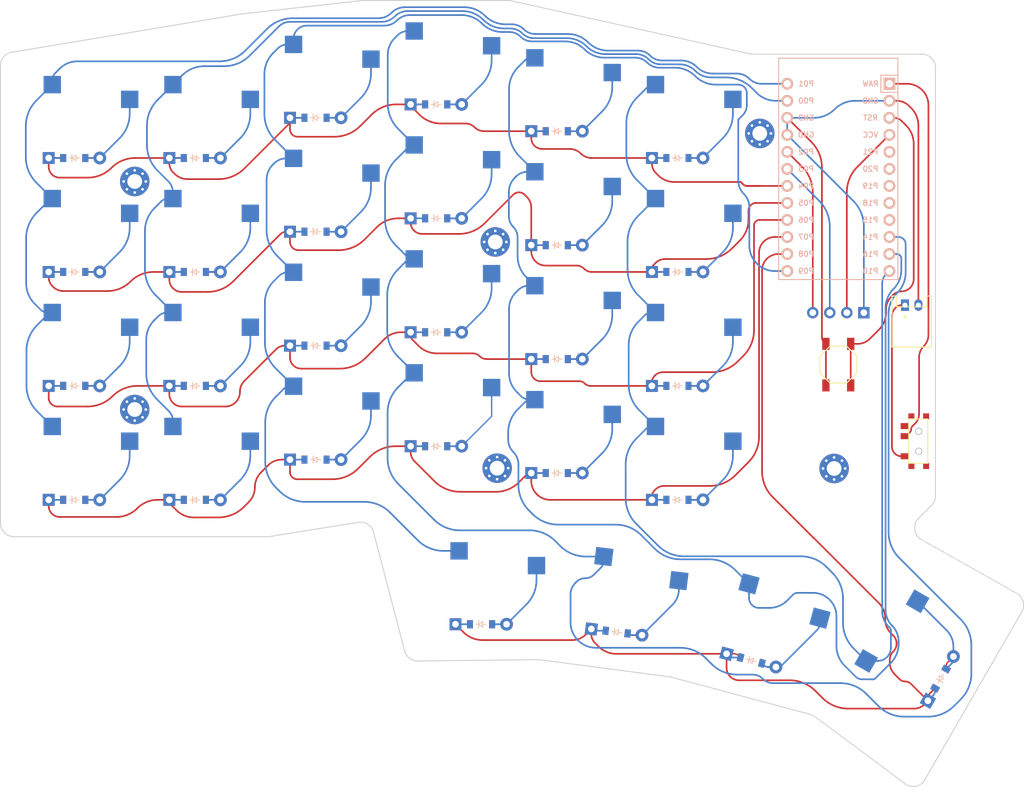
<source format=kicad_pcb>
(kicad_pcb (version 20221018) (generator pcbnew)
  (title_block (title "board") (rev "v1.0.0") (company "Unknown"))
  (layers (0 "F.Cu" signal) (31 "B.Cu" signal) (34 "B.Paste" user) (35 "F.Paste" user) (36 "B.SilkS" user "B.Silkscreen") (37 "F.SilkS" user "F.Silkscreen") (38 "B.Mask" user) (39 "F.Mask" user) (44 "Edge.Cuts" user))
  (net 0 "")
  (net 1 "P1")
  (net 2 "extra_one")
  (net 3 "extra_two")
  (net 4 "extra_three")
  (net 5 "extra_four")
  (net 6 "P0")
  (net 7 "pinky_one")
  (net 8 "pinky_two")
  (net 9 "pinky_three")
  (net 10 "pinky_four")
  (net 11 "P9")
  (net 12 "ring_one")
  (net 13 "ring_two")
  (net 14 "ring_three")
  (net 15 "ring_four")
  (net 16 "P14")
  (net 17 "middle_one")
  (net 18 "middle_two")
  (net 19 "middle_three")
  (net 20 "middle_four")
  (net 21 "P16")
  (net 22 "index_one")
  (net 23 "index_two")
  (net 24 "index_three")
  (net 25 "index_four")
  (net 26 "P10")
  (net 27 "far_one")
  (net 28 "far_two")
  (net 29 "far_three")
  (net 30 "far_four")
  (net 31 "inner_one")
  (net 32 "outer_one")
  (net 33 "space_one")
  (net 34 "P7")
  (net 35 "P6")
  (net 36 "P5")
  (net 37 "P4")
  (net 38 "P8")
  (net 39 "RAW")
  (net 40 "GND")
  (net 41 "RST")
  (net 42 "VCC")
  (net 43 "P21")
  (net 44 "P20")
  (net 45 "P19")
  (net 46 "P18")
  (net 47 "P15")
  (net 48 "P2")
  (net 49 "P3")
  (net 50 "bat-pos")
  (footprint "E73:SPDT_C128955" (layer "F.Cu") (at 226 96.25 -90)
    (fp_text reference "T1" hide)
    (fp_text value "" hide)
  )
  (footprint "E73:SW_TACT_ALPS_SKQGABE010" (layer "F.Cu") (at 214 84.825 90)
    (fp_text reference "B1" hide)
    (fp_text value "" hide)
  )
  (footprint "PG1350" (layer "F.Cu") (at 154 92)
    (fp_text reference "S13" hide)
    (fp_text value "" hide)
  )
  (footprint "PG1350" (layer "F.Cu") (at 172 79)
    (fp_text reference "S18" hide)
    (fp_text value "" hide)
  )
  (footprint "ComboDiode" (layer "F.Cu") (at 172 50)
    (fp_text reference "D20" hide)
    (fp_text value "" hide)
  )
  (footprint "MountingHole_2.2mm_M2_Pad_Via" (layer "F.Cu") (at 162.825 66.525)
    (fp_text reference "_3" hide)
    (fp_text value "")
  )
  (footprint "ComboDiode" (layer "F.Cu") (at 154 46)
    (fp_text reference "D16" hide)
    (fp_text value "" hide)
  )
  (footprint "PG1350" (layer "F.Cu") (at 118 49)
    (fp_text reference "S8" hide)
    (fp_text value "" hide)
  )
  (footprint "PG1350" (layer "F.Cu") (at 190 66)
    (fp_text reference "S23" hide)
    (fp_text value "" hide)
  )
  (footprint "MountingHole_2.2mm_M2_Pad_Via" (layer "F.Cu") (at 109.025 91.525)
    (fp_text reference "_1" hide)
    (fp_text value "")
  )
  (footprint "PG1350" (layer "F.Cu") (at 118 100)
    (fp_text reference "S5" hide)
    (fp_text value "" hide)
  )
  (footprint "PG1350" (layer "F.Cu") (at 202.300924 124.129018 -15)
    (fp_text reference "S27" hide)
    (fp_text value "" hide)
  )
  (footprint "PG1350" (layer "F.Cu") (at 172 45)
    (fp_text reference "S20" hide)
    (fp_text value "" hide)
  )
  (footprint "PG1350" (layer "F.Cu") (at 100 66)
    (fp_text reference "S3" hide)
    (fp_text value "" hide)
  )
  (footprint "PG1350" (layer "F.Cu") (at 100 100)
    (fp_text reference "S1" hide)
    (fp_text value "" hide)
  )
  (footprint "ComboDiode" (layer "F.Cu") (at 100 54)
    (fp_text reference "D4" hide)
    (fp_text value "" hide)
  )
  (footprint "PG1350" (layer "F.Cu") (at 154 58)
    (fp_text reference "S15" hide)
    (fp_text value "" hide)
  )
  (footprint "ComboDiode" (layer "F.Cu") (at 190 71)
    (fp_text reference "D23" hide)
    (fp_text value "" hide)
  )
  (footprint "PG1350" (layer "F.Cu") (at 190 49)
    (fp_text reference "S24" hide)
    (fp_text value "" hide)
  )
  (footprint "ComboDiode" (layer "F.Cu") (at 118 105)
    (fp_text reference "D5" hide)
    (fp_text value "" hide)
  )
  (footprint "MountingHole_2.2mm_M2_Pad_Via" (layer "F.Cu") (at 163.1 100.275)
    (fp_text reference "_4" hide)
    (fp_text value "")
  )
  (footprint "PG1350" (layer "F.Cu") (at 136 77)
    (fp_text reference "S10" hide)
    (fp_text value "" hide)
  )
  (footprint "ComboDiode" (layer "F.Cu") (at 180.931971 124.728404 -7)
    (fp_text reference "D26" hide)
    (fp_text value "" hide)
  )
  (footprint "ComboDiode" (layer "F.Cu") (at 229.270041 131.676403 60)
    (fp_text reference "D28" hide)
    (fp_text value "" hide)
  )
  (footprint "lib:OLED_headers" (layer "F.Cu") (at 214 77.075 90)
    (fp_text reference "OLED1" hide)
    (fp_text value "OLED")
  )
  (footprint "PG1350" (layer "F.Cu") (at 136 43)
    (fp_text reference "S12" hide)
    (fp_text value "" hide)
  )
  (footprint "ComboDiode" (layer "F.Cu") (at 136 48)
    (fp_text reference "D12" hide)
    (fp_text value "" hide)
  )
  (footprint "PG1350" (layer "F.Cu") (at 190 100)
    (fp_text reference "S21" hide)
    (fp_text value "" hide)
  )
  (footprint "PG1350" (layer "F.Cu") (at 181.541318 119.765673 -7)
    (fp_text reference "S26" hide)
    (fp_text value "" hide)
  )
  (footprint "ComboDiode" (layer "F.Cu") (at 172 101)
    (fp_text reference "D17" hide)
    (fp_text value "" hide)
  )
  (footprint "PG1350" (layer "F.Cu") (at 190 83)
    (fp_text reference "S22" hide)
    (fp_text value "" hide)
  )
  (footprint "PG1350" (layer "F.Cu") (at 160.695345 118.563426)
    (fp_text reference "S25" hide)
    (fp_text value "" hide)
  )
  (footprint "ComboDiode" (layer "F.Cu") (at 136 99)
    (fp_text reference "D9" hide)
    (fp_text value "" hide)
  )
  (footprint "MountingHole_2.2mm_M2_Pad_Via" (layer "F.Cu") (at 213.375 100.325)
    (fp_text reference "_6" hide)
    (fp_text value "")
  )
  (footprint "PG1350" (layer "F.Cu") (at 100 83)
    (fp_text reference "S2" hide)
    (fp_text value "" hide)
  )
  (footprint "PG1350" (layer "F.Cu") (at 118 83)
    (fp_text reference "S6" hide)
    (fp_text value "" hide)
  )
  (footprint "ComboDiode" (layer "F.Cu") (at 118 88)
    (fp_text reference "D6" hide)
    (fp_text value "" hide)
  )
  (footprint "ComboDiode" (layer "F.Cu") (at 100 105)
    (fp_text reference "D1" hide)
    (fp_text value "" hide)
  )
  (footprint "PG1350" (layer "F.Cu") (at 224.939914 129.176403 60)
    (fp_text reference "S28" hide)
    (fp_text value "" hide)
  )
  (footprint "ComboDiode" (layer "F.Cu") (at 154 63)
    (fp_text reference "D15" hide)
    (fp_text value "" hide)
  )
  (footprint "PG1350" (layer "F.Cu") (at 154 41)
    (fp_text reference "S16" hide)
    (fp_text value "" hide)
  )
  (footprint "PG1350" (layer "F.Cu") (at 172 96)
    (fp_text reference "S17" hide)
    (fp_text value "" hide)
  )
  (footprint "ComboDiode" (layer "F.Cu") (at 172 67)
    (fp_text reference "D19" hide)
    (fp_text value "" hide)
  )
  (footprint "PG1350" (layer "F.Cu") (at 136 60)
    (fp_text reference "S11" hide)
    (fp_text value "" hide)
  )
  (footprint "PG1350" (layer "F.Cu") (at 100 49)
    (fp_text reference "S4" hide)
    (fp_text value "" hide)
  )
  (footprint "ComboDiode" (layer "F.Cu") (at 190 54)
    (fp_text reference "D24" hide)
    (fp_text value "" hide)
  )
  (footprint "ComboDiode" (layer "F.Cu") (at 136 82)
    (fp_text reference "D10" hide)
    (fp_text value "" hide)
  )
  (footprint "PG1350" (layer "F.Cu") (at 118 66)
    (fp_text reference "S7" hide)
    (fp_text value "" hide)
  )
  (footprint "JST_PH_S2B-PH-K_02x2.00mm_Angled" (layer "F.Cu") (at 224.95 75.95)
    (fp_text reference "JST1" hide)
    (fp_text value "" hide)
  )
  (footprint "MountingHole_2.2mm_M2_Pad_Via" (layer "F.Cu") (at 109.025 57.5)
    (fp_text reference "_2" hide)
    (fp_text value "")
  )
  (footprint "ComboDiode" (layer "F.Cu") (at 190 88)
    (fp_text reference "D22" hide)
    (fp_text value "" hide)
  )
  (footprint "ComboDiode" (layer "F.Cu") (at 201.006828 128.958647 -15)
    (fp_text reference "D27" hide)
    (fp_text value "" hide)
  )
  (footprint "ComboDiode" (layer "F.Cu") (at 154 97)
    (fp_text reference "D13" hide)
    (fp_text value "" hide)
  )
  (footprint "ComboDiode" (layer "F.Cu") (at 118 54)
    (fp_text reference "D8" hide)
    (fp_text value "" hide)
  )
  (footprint "MountingHole_2.2mm_M2_Pad_Via" (layer "F.Cu") (at 202.283274 50.333274)
    (fp_text reference "_5" hide)
    (fp_text value "")
  )
  (footprint "ComboDiode" (layer "F.Cu") (at 190 105)
    (fp_text reference "D21" hide)
    (fp_text value "" hide)
  )
  (footprint "ComboDiode" (layer "F.Cu") (at 100 88)
    (fp_text reference "D2" hide)
    (fp_text value "" hide)
  )
  (footprint "PG1350" (layer "F.Cu") (at 172 62)
    (fp_text reference "S19" hide)
    (fp_text value "" hide)
  )
  (footprint "ComboDiode" (layer "F.Cu") (at 136 65)
    (fp_text reference "D11" hide)
    (fp_text value "" hide)
  )
  (footprint "PG1350" (layer "F.Cu") (at 154 75)
    (fp_text reference "S14" hide)
    (fp_text value "" hide)
  )
  (footprint "ComboDiode" (layer "F.Cu") (at 160.695345 123.563426)
    (fp_text reference "D25" hide)
    (fp_text value "" hide)
  )
  (footprint "ComboDiode" (layer "F.Cu") (at 154 80)
    (fp_text reference "D14" hide)
    (fp_text value "" hide)
  )
  (footprint "ComboDiode" (layer "F.Cu") (at 172 84)
    (fp_text reference "D18" hide)
    (fp_text value "" hide)
  )
  (footprint "ComboDiode" (layer "F.Cu") (at 118 71)
    (fp_text reference "D7" hide)
    (fp_text value "" hide)
  )
  (footprint "PG1350" (layer "F.Cu") (at 136 94)
    (fp_text reference "S9" hide)
    (fp_text value "" hide)
  )
  (footprint "ComboDiode" (layer "F.Cu") (at 100 71)
    (fp_text reference "D3" hide)
    (fp_text value "" hide)
  )
  (footprint "ProMicro" (layer "B.Cu") (at 214 56.895 -90)
    (fp_text reference "MCU1" hide)
    (fp_text value "" hide)
  )
  (gr_arc (start 209.838713 137.019162) (mid 210.192683 137.150931) (end 210.515568 137.346899) (stroke (width 0.15)) (layer "Edge.Cuts"))
  (gr_arc (start 226.906997 146.769317) (mid 225.579273 147.728021) (end 223.980452 147.373433) (stroke (width 0.15)) (layer "Edge.Cuts"))
  (gr_line (start 165.214317 30.547626) (end 200.785683 38.452374) (stroke (width 0.15)) (layer "Edge.Cuts"))
  (gr_arc (start 124.946235 32.508961) (mid 125.0001 32.500736) (end 125.05417 32.493981) (stroke (width 0.15)) (layer "Edge.Cuts"))
  (gr_line (start 201.219544 38.5) (end 226.5 38.5) (stroke (width 0.15)) (layer "Edge.Cuts"))
  (gr_line (start 89 108.5) (end 89 40.194254) (stroke (width 0.15)) (layer "Edge.Cuts"))
  (gr_arc (start 142.403681 108.350719) (mid 143.812741 108.650187) (end 144.655079 109.818774) (stroke (width 0.15)) (layer "Edge.Cuts"))
  (gr_line (start 227.911578 105.836235) (end 225.966892 107.773692) (stroke (width 0.15)) (layer "Edge.Cuts"))
  (gr_line (start 143.110771 30.5) (end 164.780456 30.5) (stroke (width 0.15)) (layer "Edge.Cuts"))
  (gr_arc (start 226.5 38.5) (mid 227.914214 39.085786) (end 228.5 40.5) (stroke (width 0.15)) (layer "Edge.Cuts"))
  (gr_arc (start 228.500001 104.41939) (mid 228.347047 105.186477) (end 227.911578 105.836235) (stroke (width 0.15)) (layer "Edge.Cuts"))
  (gr_arc (start 151.256561 129.046217) (mid 150.021262 128.636311) (end 149.299772 127.553057) (stroke (width 0.15)) (layer "Edge.Cuts"))
  (gr_arc (start 188.827925 131.407119) (mid 188.9573 131.428454) (end 189.084998 131.458221) (stroke (width 0.15)) (layer "Edge.Cuts"))
  (gr_line (start 142.40368 108.350719) (end 129.157323 110.474773) (stroke (width 0.15)) (layer "Edge.Cuts"))
  (gr_arc (start 89 40.194254) (mid 89.47396 38.901504) (end 90.671202 38.221466) (stroke (width 0.15)) (layer "Edge.Cuts"))
  (gr_line (start 188.827925 131.407119) (end 169.484386 128.865333) (stroke (width 0.15)) (layer "Edge.Cuts"))
  (gr_arc (start 164.780456 30.5) (mid 164.99869 30.511942) (end 165.214317 30.547626) (stroke (width 0.15)) (layer "Edge.Cuts"))
  (gr_arc (start 142.889908 30.512233) (mid 143.00017 30.503061) (end 143.110771 30.5) (stroke (width 0.15)) (layer "Edge.Cuts"))
  (gr_arc (start 129.157323 110.474773) (mid 128.999497 110.493683) (end 128.840668 110.5) (stroke (width 0.15)) (layer "Edge.Cuts"))
  (gr_line (start 241.38265 121.69675) (end 226.906996 146.769317) (stroke (width 0.15)) (layer "Edge.Cuts"))
  (gr_line (start 169.201777 128.848409) (end 151.256561 129.046216) (stroke (width 0.15)) (layer "Edge.Cuts"))
  (gr_line (start 90.671202 38.221466) (end 124.946235 32.508961) (stroke (width 0.15)) (layer "Edge.Cuts"))
  (gr_line (start 209.838712 137.019162) (end 189.084998 131.458221) (stroke (width 0.15)) (layer "Edge.Cuts"))
  (gr_line (start 128.840668 110.5) (end 91 110.5) (stroke (width 0.15)) (layer "Edge.Cuts"))
  (gr_line (start 223.980452 147.373433) (end 210.515568 137.346899) (stroke (width 0.15)) (layer "Edge.Cuts"))
  (gr_line (start 226.396669 110.932968) (end 240.6324 118.954318) (stroke (width 0.15)) (layer "Edge.Cuts"))
  (gr_arc (start 169.201777 128.848408) (mid 169.343381 128.851863) (end 169.484386 128.865333) (stroke (width 0.15)) (layer "Edge.Cuts"))
  (gr_arc (start 91 110.5) (mid 89.585786 109.914214) (end 89 108.5) (stroke (width 0.15)) (layer "Edge.Cuts"))
  (gr_arc (start 226.39667 110.932967) (mid 225.396724 109.460126) (end 225.966892 107.773692) (stroke (width 0.15)) (layer "Edge.Cuts"))
  (gr_arc (start 201.219544 38.5) (mid 201.00131 38.488058) (end 200.785683 38.452374) (stroke (width 0.15)) (layer "Edge.Cuts"))
  (gr_line (start 228.5 40.5) (end 228.5 104.41939) (stroke (width 0.15)) (layer "Edge.Cuts"))
  (gr_arc (start 240.6324 118.954318) (mid 241.579713 120.169) (end 241.38265 121.69675) (stroke (width 0.15)) (layer "Edge.Cuts"))
  (gr_line (start 149.299772 127.553057) (end 144.655079 109.818774) (stroke (width 0.15)) (layer "Edge.Cuts"))
  (gr_line (start 125.05417 32.493981) (end 142.889908 30.512232) (stroke (width 0.15)) (layer "Edge.Cuts"))
  (segment (start 195.253858 41.4) (end 198.871662 41.4) (width 0.25) (layer "B.Cu") (net 1))
  (segment (start 202.553337 42.925) (end 206.38 42.925) (width 0.25) (layer "B.Cu") (net 1))
  (segment (start 164.353122 34.05) (end 165.299695 34.05) (width 0.25) (layer "B.Cu") (net 1))
  (segment (start 128.756207 34.743792) (end 125.518792 37.981207) (width 0.25) (layer "B.Cu") (net 1))
  (segment (start 190.546141 39.45) (end 187.692982 39.45) (width 0.25) (layer "B.Cu") (net 1))
  (segment (start 145.358273 33.15) (end 132.603963 33.15) (width 0.25) (layer "B.Cu") (net 1))
  (segment (start 94.468792 91.793792) (end 96.725 94.05) (width 0.25) (layer "B.Cu") (net 1))
  (segment (start 92.775 53.846036) (end 92.775 49.253963) (width 0.25) (layer "B.Cu") (net 1))
  (segment (start 92.875 87.946036) (end 92.875 82.778963) (width 0.25) (layer "B.Cu") (net 1))
  (segment (start 94.368792 57.693792) (end 96.654289 59.979289) (width 0.25) (layer "B.Cu") (net 1))
  (segment (start 97.17578 41.324219) (end 97.825 40.675) (width 0.25) (layer "B.Cu") (net 1))
  (segment (start 94.418792 62.156207) (end 96.454289 60.12071) (width 0.25) (layer "B.Cu") (net 1))
  (segment (start 92.825 66.003963) (end 92.825 72.6542) (width 0.25) (layer "B.Cu") (net 1))
  (segment (start 149.341726 31.5) (end 158.196877 31.5) (width 0.25) (layer "B.Cu") (net 1))
  (segment (start 94.931541 76.581541) (end 94.1125 75.7625) (width 0.25) (layer "B.Cu") (net 1))
  (segment (start 94.468792 78.931207) (end 96.217417 77.182582) (width 0.25) (layer "B.Cu") (net 1))
  (segment (start 168.800304 35.5) (end 173.67491 35.5) (width 0.25) (layer "B.Cu") (net 1))
  (segment (start 94.368792 45.406207) (end 96.274219 43.50078) (width 0.25) (layer "B.Cu") (net 1))
  (segment (start 100.480634 39.575) (end 121.671036 39.575) (width 0.25) (layer "B.Cu") (net 1))
  (segment (start 179.650089 37.975) (end 184.132017 37.975) (width 0.25) (layer "B.Cu") (net 1))
  (arc (start 92.775 53.846036) (mid 93.189213 55.928426) (end 94.368792 57.693792) (width 0.25) (layer "B.Cu") (net 1))
  (arc (start 94.931541 76.581541) (mid 95.450429 76.928251) (end 96.0625 77.05) (width 0.25) (layer "B.Cu") (net 1))
  (arc (start 92.775 49.253963) (mid 93.189213 47.171572) (end 94.368792 45.406207) (width 0.25) (layer "B.Cu") (net 1))
  (arc (start 176.6625 36.7375) (mid 178.033217 37.653384) (end 179.650089 37.975) (width 0.25) (layer "B.Cu") (net 1))
  (arc (start 149.341726 31.5) (mid 148.263811 31.71441) (end 147.35 32.325) (width 0.25) (layer "B.Cu") (net 1))
  (arc (start 100.480634 39.575) (mid 99.043415 39.86088) (end 97.825 40.675) (width 0.25) (layer "B.Cu") (net 1))
  (arc (start 165.299695 34.05) (mid 166.246953 34.238421) (end 167.05 34.775) (width 0.25) (layer "B.Cu") (net 1))
  (arc (start 200.7125 42.1625) (mid 199.867916 41.598167) (end 198.871662 41.4) (width 0.25) (layer "B.Cu") (net 1))
  (arc (start 94.1125 75.7625) (mid 93.15961 74.336399) (end 92.825 72.6542) (width 0.25) (layer "B.Cu") (net 1))
  (arc (start 185.9125 38.7125) (mid 186.729392 39.258329) (end 187.692982 39.45) (width 0.25) (layer "B.Cu") (net 1))
  (arc (start 94.418792 62.156207) (mid 93.239213 63.921572) (end 92.825 66.003963) (width 0.25) (layer "B.Cu") (net 1))
  (arc (start 161.275 32.775) (mid 159.862745 31.831361) (end 158.196877 31.5) (width 0.25) (layer "B.Cu") (net 1))
  (arc (start 94.468792 78.931207) (mid 93.289213 80.696572) (end 92.875 82.778963) (width 0.25) (layer "B.Cu") (net 1))
  (arc (start 145.358273 33.15) (mid 146.436188 32.935589) (end 147.35 32.325) (width 0.25) (layer "B.Cu") (net 1))
  (arc (start 176.6625 36.7375) (mid 175.291782 35.821615) (end 173.67491 35.5) (width 0.25) (layer "B.Cu") (net 1))
  (arc (start 161.275 32.775) (mid 162.687254 33.718638) (end 164.353122 34.05) (width 0.25) (layer "B.Cu") (net 1))
  (arc (start 125.518792 37.981207) (mid 123.753426 39.160786) (end 121.671036 39.575) (width 0.25) (layer "B.Cu") (net 1))
  (arc (start 200.7125 42.1625) (mid 201.557083 42.726832) (end 202.553337 42.925) (width 0.25) (layer "B.Cu") (net 1))
  (arc (start 185.9125 38.7125) (mid 185.095607 38.16667) (end 184.132017 37.975) (width 0.25) (layer "B.Cu") (net 1))
  (arc (start 92.875 87.946036) (mid 93.289213 90.028426) (end 94.468792 91.793792) (width 0.25) (layer "B.Cu") (net 1))
  (arc (start 192.9 40.425) (mid 191.82004 39.703394) (end 190.546141 39.45) (width 0.25) (layer "B.Cu") (net 1))
  (arc (start 192.9 40.425) (mid 193.979959 41.146605) (end 195.253858 41.4) (width 0.25) (layer "B.Cu") (net 1))
  (arc (start 168.800304 35.5) (mid 167.853046 35.311578) (end 167.05 34.775) (width 0.25) (layer "B.Cu") (net 1))
  (arc (start 97.17578 41.324219) (mid 96.842153 41.823526) (end 96.725 42.4125) (width 0.25) (layer "B.Cu") (net 1))
  (arc (start 128.756207 34.743792) (mid 130.521572 33.564213) (end 132.603963 33.15) (width 0.25) (layer "B.Cu") (net 1))
  (segment (start 101.65 105) (end 103.81 105) (width 0.2) (layer "F.Cu") (net 2))
  (segment (start 106.760023 102.049976) (end 103.81 105) (width 0.25) (layer "B.Cu") (net 2))
  (segment (start 103.81 105) (end 101.65 105) (width 0.25) (layer "B.Cu") (net 2))
  (segment (start 108.275 98.3925) (end 108.275 96.25) (width 0.25) (layer "B.Cu") (net 2))
  (arc (start 108.275 98.3925) (mid 107.88127 100.371911) (end 106.760023 102.049976) (width 0.25) (layer "B.Cu") (net 2))
  (segment (start 101.65 88) (end 103.81 88) (width 0.2) (layer "F.Cu") (net 3))
  (segment (start 108.275 81.3925) (end 108.275 79.25) (width 0.25) (layer "B.Cu") (net 3))
  (segment (start 106.760023 85.049976) (end 103.81 88) (width 0.25) (layer "B.Cu") (net 3))
  (segment (start 103.81 88) (end 101.65 88) (width 0.25) (layer "B.Cu") (net 3))
  (arc (start 106.760023 85.049976) (mid 107.88127 83.371911) (end 108.275 81.3925) (width 0.25) (layer "B.Cu") (net 3))
  (segment (start 101.65 71) (end 103.81 71) (width 0.2) (layer "F.Cu") (net 4))
  (segment (start 108.275 64.3925) (end 108.275 62.25) (width 0.25) (layer "B.Cu") (net 4))
  (segment (start 103.81 71) (end 101.65 71) (width 0.25) (layer "B.Cu") (net 4))
  (segment (start 103.81 71) (end 106.760023 68.049976) (width 0.25) (layer "B.Cu") (net 4))
  (arc (start 108.275 64.3925) (mid 107.88127 66.371911) (end 106.760023 68.049976) (width 0.25) (layer "B.Cu") (net 4))
  (segment (start 101.65 54) (end 103.81 54) (width 0.2) (layer "F.Cu") (net 5))
  (segment (start 106.760023 51.049976) (end 103.81 54) (width 0.25) (layer "B.Cu") (net 5))
  (segment (start 108.275 47.3925) (end 108.275 45.25) (width 0.25) (layer "B.Cu") (net 5))
  (segment (start 103.81 54) (end 101.65 54) (width 0.25) (layer "B.Cu") (net 5))
  (arc (start 108.275 47.3925) (mid 107.88127 49.371911) (end 106.760023 51.049976) (width 0.25) (layer "B.Cu") (net 5))
  (segment (start 187.528337 40.025) (end 190.321141 40.025) (width 0.25) (layer "B.Cu") (net 6))
  (segment (start 110.55 70.621036) (end 110.55 64.915254) (width 0.25) (layer "B.Cu") (net 6))
  (segment (start 130.5125 34.3875) (end 126.193792 38.706207) (width 0.25) (layer "B.Cu") (net 6))
  (segment (start 149.75637 32.075) (end 157.886522 32.075) (width 0.25) (layer "B.Cu") (net 6))
  (segment (start 111.975 61.475) (end 112.931541 60.518458) (width 0.25) (layer "B.Cu") (net 6))
  (segment (start 165.099695 34.675) (end 164.163477 34.675) (width 0.25) (layer "B.Cu") (net 6))
  (segment (start 111.925 78.225) (end 112.525475 77.624524) (width 0.25) (layer "B.Cu") (net 6))
  (segment (start 145.893629 33.675) (end 132.232627 33.675) (width 0.25) (layer "B.Cu") (net 6))
  (segment (start 179.279378 38.5) (end 183.846662 38.5) (width 0.25) (layer "B.Cu") (net 6))
  (segment (start 114.132798 91.782798) (end 112.343792 89.993792) (width 0.25) (layer "B.Cu") (net 6))
  (segment (start 110.85 52.046036) (end 110.85 49.178963) (width 0.25) (layer "B.Cu") (net 6))
  (segment (start 114.725 43.05) (end 116.1 41.675) (width 0.25) (layer "B.Cu") (net 6))
  (segment (start 112.143792 74.468792) (end 114.437737 76.762737) (width 0.25) (layer "B.Cu") (net 6))
  (segment (start 197.257432 41.975) (end 195.028858 41.975) (width 0.25) (layer "B.Cu") (net 6))
  (segment (start 168.600304 36.125) (end 173.545621 36.125) (width 0.25) (layer "B.Cu") (net 6))
  (segment (start 204.690698 45.465) (end 206.38 45.465) (width 0.25) (layer "B.Cu") (net 6))
  (segment (start 110.75 81.0617) (end 110.75 86.146036) (width 0.25) (layer "B.Cu") (net 6))
  (segment (start 112.443792 55.893792) (end 114.062087 57.512087) (width 0.25) (layer "B.Cu") (net 6))
  (segment (start 114.725 43.05) (end 112.443792 45.331207) (width 0.25) (layer "B.Cu") (net 6))
  (segment (start 201.806879 44.270483) (end 201.105188 43.568792) (width 0.25) (layer "B.Cu") (net 6))
  (segment (start 122.346036 40.3) (end 119.419543 40.3) (width 0.25) (layer "B.Cu") (net 6))
  (arc (start 168.600304 36.125) (mid 167.653046 35.936578) (end 166.85 35.4) (width 0.25) (layer "B.Cu") (net 6))
  (arc (start 173.545621 36.125) (mid 175.097164 36.433621) (end 176.4125 37.3125) (width 0.25) (layer "B.Cu") (net 6))
  (arc (start 190.321141 40.025) (mid 191.59504 40.278394) (end 192.675 41) (width 0.25) (layer "B.Cu") (net 6))
  (arc (start 112.525475 77.624524) (mid 113.161847 77.199313) (end 113.9125 77.05) (width 0.25) (layer "B.Cu") (net 6))
  (arc (start 110.85 52.046036) (mid 111.264213 54.128426) (end 112.443792 55.893792) (width 0.25) (layer "B.Cu") (net 6))
  (arc (start 110.75 86.146036) (mid 111.164213 88.228426) (end 112.343792 89.993792) (width 0.25) (layer "B.Cu") (net 6))
  (arc (start 183.846662 38.5) (mid 184.842916 38.698167) (end 185.6875 39.2625) (width 0.25) (layer "B.Cu") (net 6))
  (arc (start 114.062087 57.512087) (mid 114.552714 58.246362) (end 114.725 59.1125) (width 0.25) (layer "B.Cu") (net 6))
  (arc (start 165.099695 34.675) (mid 166.046953 34.863421) (end 166.85 35.4) (width 0.25) (layer "B.Cu") (net 6))
  (arc (start 114.132798 91.782798) (mid 114.571091 92.43875) (end 114.725 93.2125) (width 0.25) (layer "B.Cu") (net 6))
  (arc (start 197.257432 41.975) (mid 199.339822 42.389213) (end 201.105188 43.568792) (width 0.25) (layer "B.Cu") (net 6))
  (arc (start 147.825 32.875) (mid 148.71112 32.282913) (end 149.75637 32.075) (width 0.25) (layer "B.Cu") (net 6))
  (arc (start 122.346036 40.3) (mid 124.428426 39.885786) (end 126.193792 38.706207) (width 0.25) (layer "B.Cu") (net 6))
  (arc (start 112.931541 60.518458) (mid 113.450429 60.171748) (end 114.0625 60.05) (width 0.25) (layer "B.Cu") (net 6))
  (arc (start 147.825 32.875) (mid 146.938879 33.467086) (end 145.893629 33.675) (width 0.25) (layer "B.Cu") (net 6))
  (arc (start 110.55 70.621036) (mid 110.964213 72.703426) (end 112.143792 74.468792) (width 0.25) (layer "B.Cu") (net 6))
  (arc (start 179.279378 38.5) (mid 177.727834 38.191378) (end 176.4125 37.3125) (width 0.25) (layer "B.Cu") (net 6))
  (arc (start 195.028858 41.975) (mid 193.754959 41.721605) (end 192.675 41) (width 0.25) (layer "B.Cu") (net 6))
  (arc (start 164.163477 34.675) (mid 162.464945 34.337141) (end 161.025 33.375) (width 0.25) (layer "B.Cu") (net 6))
  (arc (start 187.528337 40.025) (mid 186.532083 39.826832) (end 185.6875 39.2625) (width 0.25) (layer "B.Cu") (net 6))
  (arc (start 110.75 81.0617) (mid 111.055372 79.526489) (end 111.925 78.225) (width 0.25) (layer "B.Cu") (net 6))
  (arc (start 116.1 41.675) (mid 117.623019 40.65735) (end 119.419543 40.3) (width 0.25) (layer "B.Cu") (net 6))
  (arc (start 111.975 61.475) (mid 110.920345 63.053402) (end 110.55 64.915254) (width 0.25) (layer "B.Cu") (net 6))
  (arc (start 110.85 49.178963) (mid 111.264213 47.096572) (end 112.443792 45.331207) (width 0.25) (layer "B.Cu") (net 6))
  (arc (start 157.886522 32.075) (mid 159.585054 32.412858) (end 161.025 33.375) (width 0.25) (layer "B.Cu") (net 6))
  (arc (start 204.690698 45.465) (mid 203.129986 45.154555) (end 201.806879 44.270483) (width 0.25) (layer "B.Cu") (net 6))
  (arc (start 130.5125 34.3875) (mid 131.301701 33.860172) (end 132.232627 33.675) (width 0.25) (layer "B.Cu") (net 6))
  (segment (start 119.65 105) (end 121.81 105) (width 0.2) (layer "F.Cu") (net 7))
  (segment (start 121.81 105) (end 119.65 105) (width 0.25) (layer "B.Cu") (net 7))
  (segment (start 126.275 98.3925) (end 126.275 96.25) (width 0.25) (layer "B.Cu") (net 7))
  (segment (start 124.760023 102.049976) (end 121.81 105) (width 0.25) (layer "B.Cu") (net 7))
  (arc (start 124.760023 102.049976) (mid 125.88127 100.371911) (end 126.275 98.3925) (width 0.25) (layer "B.Cu") (net 7))
  (segment (start 119.65 88) (end 121.81 88) (width 0.2) (layer "F.Cu") (net 8))
  (segment (start 124.760023 85.049976) (end 121.81 88) (width 0.25) (layer "B.Cu") (net 8))
  (segment (start 126.275 81.3925) (end 126.275 79.25) (width 0.25) (layer "B.Cu") (net 8))
  (segment (start 121.81 88) (end 119.65 88) (width 0.25) (layer "B.Cu") (net 8))
  (arc (start 124.760023 85.049976) (mid 125.88127 83.371911) (end 126.275 81.3925) (width 0.25) (layer "B.Cu") (net 8))
  (segment (start 121.81 71) (end 119.65 71) (width 0.25) (layer "F.Cu") (net 9))
  (segment (start 126.275 64.3925) (end 126.275 62.25) (width 0.25) (layer "B.Cu") (net 9))
  (segment (start 121.81 71) (end 124.760023 68.049976) (width 0.25) (layer "B.Cu") (net 9))
  (segment (start 121.81 71) (end 119.65 71) (width 0.25) (layer "B.Cu") (net 9))
  (arc (start 126.275 64.3925) (mid 125.88127 66.371911) (end 124.760023 68.049976) (width 0.25) (layer "B.Cu") (net 9))
  (segment (start 119.65 54) (end 121.81 54) (width 0.2) (layer "F.Cu") (net 10))
  (segment (start 126.275 47.3925) (end 126.275 45.25) (width 0.25) (layer "B.Cu") (net 10))
  (segment (start 121.81 54) (end 124.760023 51.049976) (width 0.25) (layer "B.Cu") (net 10))
  (segment (start 121.81 54) (end 119.65 54) (width 0.25) (layer "B.Cu") (net 10))
  (arc (start 124.760023 51.049976) (mid 125.88127 49.371911) (end 126.275 47.3925) (width 0.25) (layer "B.Cu") (net 10))
  (segment (start 129.674999 38.349999) (end 130.356281 37.668718) (width 0.25) (layer "B.Cu") (net 11))
  (segment (start 200.725 67.04108) (end 200.725 61.341726) (width 0.25) (layer "B.Cu") (net 11))
  (segment (start 199.712499 47.637499) (end 199.101516 48.248483) (width 0.25) (layer "B.Cu") (net 11))
  (segment (start 199.069669 43.05) (end 195.710444 43.05) (width 0.25) (layer "B.Cu") (net 11))
  (segment (start 130.043792 85.368792) (end 132.34493 87.66993) (width 0.25) (layer "B.Cu") (net 11))
  (segment (start 189.614555 40.525) (end 187.31066 40.525) (width 0.25) (layer "B.Cu") (net 11))
  (segment (start 150.063693 32.675) (end 157.789555 32.675) (width 0.25) (layer "B.Cu") (net 11))
  (segment (start 129.81486 54.810139) (end 129.6375 54.9875) (width 0.25) (layer "B.Cu") (net 11))
  (segment (start 130.093792 103.168792) (end 130.631207 103.706207) (width 0.25) (layer "B.Cu") (net 11))
  (segment (start 128.45 81.521036) (end 128.45 75.573832) (width 0.25) (layer "B.Cu") (net 11))
  (segment (start 128.5 99.321036) (end 128.5 93.427386) (width 0.25) (layer "B.Cu") (net 11))
  (segment (start 199.075 48.33125) (end 199.075 48.36875) (width 0.25) (layer "B.Cu") (net 11))
  (segment (start 200.35 46.098438) (end 200.35 44.33033) (width 0.25) (layer "B.Cu") (net 11))
  (segment (start 128.7 57.250825) (end 128.7 64.771036) (width 0.25) (layer "B.Cu") (net 11))
  (segment (start 130.293792 68.618792) (end 132.150475 70.475475) (width 0.25) (layer "B.Cu") (net 11))
  (segment (start 199.075 48.3125) (end 199.075 48.2) (width 0.25) (layer "B.Cu") (net 11))
  (segment (start 199.075 48.40625) (end 199.075 48.425) (width 0.25) (layer "B.Cu") (net 11))
  (segment (start 129.968792 51.293792) (end 132.34493 53.66993) (width 0.25) (layer "B.Cu") (net 11))
  (segment (start 128.375 47.446036) (end 128.375 41.488477) (width 0.25) (layer "B.Cu") (net 11))
  (segment (start 199.075 57.358273) (end 199.075 48.5) (width 0.25) (layer "B.Cu") (net 11))
  (segment (start 164.91005 35.2) (end 163.885444 35.2) (width 0.25) (layer "B.Cu") (net 11))
  (segment (start 129.774999 72.374999) (end 130.525475 71.624524) (width 0.25) (layer "B.Cu") (net 11))
  (segment (start 168.289949 36.6) (end 173.235266 36.6) (width 0.25) (layer "B.Cu") (net 11))
  (segment (start 155.092389 112.613426) (end 157.420345 112.613426) (width 0.25) (layer "B.Cu") (net 11))
  (segment (start 199.075 48.36875) (end 199.075 48.40625) (width 0.25) (layer "B.Cu") (net 11))
  (segment (start 143.271036 105.3) (end 134.478963 105.3) (width 0.25) (layer "B.Cu") (net 11))
  (segment (start 130.075 89.625) (end 131.26993 88.430069) (width 0.25) (layer "B.Cu") (net 11))
  (segment (start 199.075 48.3125) (end 199.075 48.33125) (width 0.25) (layer "B.Cu") (net 11))
  (segment (start 204.548919 70.865) (end 206.38 70.865) (width 0.25) (layer "B.Cu") (net 11))
  (segment (start 199.075 48.425) (end 199.075 48.5) (width 0.25) (layer "B.Cu") (net 11))
  (segment (start 147.118792 106.893792) (end 151.244633 111.019633) (width 0.25) (layer "B.Cu") (net 11))
  (segment (start 134.688172 34.25) (end 146.261306 34.25) (width 0.25) (layer "B.Cu") (net 11))
  (segment (start 183.689339 39.025) (end 179.089733 39.025) (width 0.25) (layer "B.Cu") (net 11))
  (arc (start 166.6 35.9) (mid 167.375355 36.418075) (end 168.289949 36.6) (width 0.25) (layer "B.Cu") (net 11))
  (arc (start 129.674999 38.349999) (mid 128.712858 39.789945) (end 128.375 41.488477) (width 0.25) (layer "B.Cu") (net 11))
  (arc (start 187.31066 40.525) (mid 186.330737 40.330081) (end 185.5 39.775) (width 0.25) (layer "B.Cu") (net 11))
  (arc (start 129.774999 72.374999) (mid 128.794356 73.842636) (end 128.45 75.573832) (width 0.25) (layer "B.Cu") (net 11))
  (arc (start 160.8375 33.9375) (mid 162.235908 34.871886) (end 163.885444 35.2) (width 0.25) (layer "B.Cu") (net 11))
  (arc (start 129.81486 54.810139) (mid 130.656829 54.247553) (end 131.65 54.05) (width 0.25) (layer "B.Cu") (net 11))
  (arc (start 164.91005 35.2) (mid 165.824644 35.381924) (end 166.6 35.9) (width 0.25) (layer "B.Cu") (net 11))
  (arc (start 134.688172 34.25) (mid 133.936898 34.399437) (end 133.3 34.825) (width 0.25) (layer "B.Cu") (net 11))
  (arc (start 176.1625 37.8125) (mid 177.505526 38.709881) (end 179.089733 39.025) (width 0.25) (layer "B.Cu") (net 11))
  (arc (start 134.478963 105.3) (mid 132.396572 104.885786) (end 130.631207 103.706207) (width 0.25) (layer "B.Cu") (net 11))
  (arc (start 128.7 57.250825) (mid 128.943648 56.025922) (end 129.6375 54.9875) (width 0.25) (layer "B.Cu") (net 11))
  (arc (start 130.525475 71.624524) (mid 131.161847 71.199313) (end 131.9125 71.05) (width 0.25) (layer "B.Cu") (net 11))
  (arc (start 131.26993 88.430069) (mid 131.690914 88.148776) (end 132.1875 88.05) (width 0.25) (layer "B.Cu") (net 11))
  (arc (start 148.1625 33.4625) (mid 147.290224 34.045335) (end 146.261306 34.25) (width 0.25) (layer "B.Cu") (net 11))
  (arc (start 199.975 43.425) (mid 199.55963 43.147459) (end 199.069669 43.05) (width 0.25) (layer "B.Cu") (net 11))
  (arc (start 128.5 99.321036) (mid 128.914213 101.403426) (end 130.093792 103.168792) (width 0.25) (layer "B.Cu") (net 11))
  (arc (start 130.356281 37.668718) (mid 131.041605 37.210799) (end 131.85 37.05) (width 0.25) (layer "B.Cu") (net 11))
  (arc (start 199.075 57.358273) (mid 199.28941 58.436188) (end 199.9 59.35) (width 0.25) (layer "B.Cu") (net 11))
  (arc (start 189.614555 40.525) (mid 191.264091 40.853113) (end 192.6625 41.7875) (width 0.25) (layer "B.Cu") (net 11))
  (arc (start 148.1625 33.4625) (mid 149.034774 32.879664) (end 150.063693 32.675) (width 0.25) (layer "B.Cu") (net 11))
  (arc (start 204.548919 70.865) (mid 203.085568 70.573921) (end 201.845 69.745) (width 0.25) (layer "B.Cu") (net 11))
  (arc (start 199.075 48.3125) (mid 199.081891 48.277854) (end 199.101516 48.248483) (width 0.25) (layer "B.Cu") (net 11))
  (arc (start 128.375 47.446036) (mid 128.789213 49.528426) (end 129.968792 51.293792) (width 0.25) (layer "B.Cu") (net 11))
  (arc (start 143.271036 105.3) (mid 145.353426 105.714213) (end 147.118792 106.893792) (width 0.25) (layer "B.Cu") (net 11))
  (arc (start 130.075 89.625) (mid 128.909329 91.369549) (end 128.5 93.427386) (width 0.25) (layer "B.Cu") (net 11))
  (arc (start 155.092389 112.613426) (mid 153.009998 112.199212) (end 151.244633 111.019633) (width 0.25) (layer "B.Cu") (net 11))
  (arc (start 192.6625 41.7875) (mid 194.060908 42.721886) (end 195.710444 43.05) (width 0.25) (layer "B.Cu") (net 11))
  (arc (start 199.9 59.35) (mid 200.510589 60.263811) (end 200.725 61.341726) (width 0.25) (layer "B.Cu") (net 11))
  (arc (start 176.1625 37.8125) (mid 174.819473 36.915118) (end 173.235266 36.6) (width 0.25) (layer "B.Cu") (net 11))
  (arc (start 160.8375 33.9375) (mid 159.439091 33.003113) (end 157.789555 32.675) (width 0.25) (layer "B.Cu") (net 11))
  (arc (start 128.45 81.521036) (mid 128.864213 83.603426) (end 130.043792 85.368792) (width 0.25) (layer "B.Cu") (net 11))
  (arc (start 199.975 43.425) (mid 200.25254 43.840368) (end 200.35 44.33033) (width 0.25) (layer "B.Cu") (net 11))
  (arc (start 133.3 34.825) (mid 132.874437 35.461898) (end 132.725 36.213172) (width 0.25) (layer "B.Cu") (net 11))
  (arc (start 183.689339 39.025) (mid 184.669261 39.219918) (end 185.5 39.775) (width 0.25) (layer "B.Cu") (net 11))
  (arc (start 200.725 67.04108) (mid 201.016078 68.504431) (end 201.845 69.745) (width 0.25) (layer "B.Cu") (net 11))
  (arc (start 130.293792 68.618792) (mid 129.114213 66.853426) (end 128.7 64.771036) (width 0.25) (layer "B.Cu") (net 11))
  (arc (start 199.712499 47.637499) (mid 200.184318 46.931372) (end 200.35 46.098438) (width 0.25) (layer "B.Cu") (net 11))
  (segment (start 137.65 99) (end 139.81 99) (width 0.2) (layer "F.Cu") (net 12))
  (segment (start 139.81 99) (end 137.65 99) (width 0.25) (layer "B.Cu") (net 12))
  (segment (start 142.760023 96.049976) (end 139.81 99) (width 0.25) (layer "B.Cu") (net 12))
  (segment (start 144.275 92.3925) (end 144.275 90.25) (width 0.25) (layer "B.Cu") (net 12))
  (arc (start 142.760023 96.049976) (mid 143.88127 94.371911) (end 144.275 92.3925) (width 0.25) (layer "B.Cu") (net 12))
  (segment (start 137.65 82) (end 139.81 82) (width 0.2) (layer "F.Cu") (net 13))
  (segment (start 139.81 82) (end 137.65 82) (width 0.25) (layer "B.Cu") (net 13))
  (segment (start 144.275 75.3925) (end 144.275 73.25) (width 0.25) (layer "B.Cu") (net 13))
  (segment (start 142.760023 79.049976) (end 139.81 82) (width 0.25) (layer "B.Cu") (net 13))
  (arc (start 142.760023 79.049976) (mid 143.88127 77.371911) (end 144.275 75.3925) (width 0.25) (layer "B.Cu") (net 13))
  (segment (start 137.65 65) (end 139.81 65) (width 0.2) (layer "F.Cu") (net 14))
  (segment (start 142.760023 62.049976) (end 139.81 65) (width 0.25) (layer "B.Cu") (net 14))
  (segment (start 144.275 58.3925) (end 144.275 56.25) (width 0.25) (layer "B.Cu") (net 14))
  (segment (start 139.81 65) (end 137.65 65) (width 0.25) (layer "B.Cu") (net 14))
  (arc (start 142.760023 62.049976) (mid 143.88127 60.371911) (end 144.275 58.3925) (width 0.25) (layer "B.Cu") (net 14))
  (segment (start 137.65 48) (end 139.81 48) (width 0.2) (layer "F.Cu") (net 15))
  (segment (start 144.275 41.3925) (end 144.275 39.25) (width 0.25) (layer "B.Cu") (net 15))
  (segment (start 139.81 48) (end 137.65 48) (width 0.25) (layer "B.Cu") (net 15))
  (segment (start 139.81 48) (end 142.760023 45.049976) (width 0.25) (layer "B.Cu") (net 15))
  (arc (start 144.275 41.3925) (mid 143.88127 43.371911) (end 142.760023 45.049976) (width 0.25) (layer "B.Cu") (net 15))
  (segment (start 232.256207 122.831207) (end 223.093792 113.668792) (width 0.25) (layer "B.Cu") (net 16))
  (segment (start 224.05 71.071877) (end 224.05 66.877548) (width 0.25) (layer "B.Cu") (net 16))
  (segment (start 221.5 109.821036) (end 221.5 77.228122) (width 0.25) (layer "B.Cu") (net 16))
  (segment (start 174.05 119.132627) (end 174.05 123.276687) (width 0.25) (layer "B.Cu") (net 16))
  (segment (start 148.343792 88.181206) (end 150.386611 86.138388) (width 0.25) (layer "B.Cu") (net 16))
  (segment (start 146.75 98.771036) (end 146.75 92.028963) (width 0.25) (layer "B.Cu") (net 16))
  (segment (start 146.7 79.771036) (end 146.7 74.470064) (width 0.25) (layer "B.Cu") (net 16))
  (segment (start 204.276561 132.35) (end 214.321036 132.35) (width 0.25) (layer "B.Cu") (net 16))
  (segment (start 227.421036 137.35) (end 223.828963 137.35) (width 0.25) (layer "B.Cu") (net 16))
  (segment (start 176.339864 113.460901) (end 178.404228 113.460901) (width 0.25) (layer "B.Cu") (net 16))
  (segment (start 177.539168 116.160831) (end 178.583368 115.11663) (width 0.25) (layer "B.Cu") (net 16))
  (segment (start 147.968792 67.018792) (end 149.743673 68.793673) (width 0.25) (layer "B.Cu") (net 16))
  (segment (start 172.492108 111.867108) (end 171.768792 111.143792) (width 0.25) (layer "B.Cu") (net 16))
  (segment (start 148.368792 49.693792) (end 150.539384 51.864384) (width 0.25) (layer "B.Cu") (net 16))
  (segment (start 233.85 126.678963) (end 233.85 130.921036) (width 0.25) (layer "B.Cu") (net 16))
  (segment (start 146.775 45.846036) (end 146.775 38.634924) (width 0.25) (layer "B.Cu") (net 16))
  (segment (start 157.528963 109.55) (end 167.921036 109.55) (width 0.25) (layer "B.Cu") (net 16))
  (segment (start 148.343792 102.618792) (end 153.681207 107.956207) (width 0.25) (layer "B.Cu") (net 16))
  (segment (start 232.256207 134.768792) (end 231.268792 135.756206) (width 0.25) (layer "B.Cu") (net 16))
  (segment (start 148.293792 83.618792) (end 150.636611 85.961611) (width 0.25) (layer "B.Cu") (net 16))
  (segment (start 194.268792 128.668792) (end 195.081207 129.481207) (width 0.25) (layer "B.Cu") (net 16))
  (segment (start 198.928963 131.075) (end 201.198438 131.075) (width 0.25) (layer "B.Cu") (net 16))
  (segment (start 174.762499 117.412499) (end 174.935831 117.239168) (width 0.25) (layer "B.Cu") (net 16))
  (segment (start 148.2875 70.6375) (end 149.574479 69.35052) (width 0.25) (layer "B.Cu") (net 16))
  (segment (start 190.421036 127.075) (end 177.848312 127.075) (width 0.25) (layer "B.Cu") (net 16))
  (segment (start 219.981207 135.756207) (end 218.168792 133.943792) (width 0.25) (layer "B.Cu") (net 16))
  (segment (start 147.968792 54.281207) (end 150.014384 52.235615) (width 0.25) (layer "B.Cu") (net 16))
  (segment (start 146.375 58.128963) (end 146.375 63.171036) (width 0.25) (layer "B.Cu") (net 16))
  (segment (start 222.957451 65.785) (end 221.62 65.785) (width 0.25) (layer "B.Cu") (net 16))
  (segment (start 148.220926 35.704073) (end 147.824999 36.099999) (width 0.25) (layer "B.Cu") (net 16))
  (arc (start 201.198438 131.075) (mid 202.031372 131.24068) (end 202.7375 131.7125) (width 0.25) (layer "B.Cu") (net 16))
  (arc (start 146.7 79.771036) (mid 147.114213 81.853426) (end 148.293792 83.618792) (width 0.25) (layer "B.Cu") (net 16))
  (arc (start 146.775 38.634924) (mid 147.047885 37.263032) (end 147.824999 36.099999) (width 0.25) (layer "B.Cu") (net 16))
  (arc (start 223.73 66.105) (mid 223.375551 65.868165) (end 222.957451 65.785) (width 0.25) (layer "B.Cu") (net 16))
  (arc (start 174.05 119.132627) (mid 174.235172 118.2017) (end 174.762499 117.412499) (width 0.25) (layer "B.Cu") (net 16))
  (arc (start 227.421036 137.35) (mid 229.503426 136.935786) (end 231.268792 135.756206) (width 0.25) (layer "B.Cu") (net 16))
  (arc (start 232.256207 134.768792) (mid 233.435786 133.003426) (end 233.85 130.921036) (width 0.25) (layer "B.Cu") (net 16))
  (arc (start 233.85 126.678963) (mid 233.435786 124.596572) (end 232.256207 122.831207) (width 0.25) (layer "B.Cu") (net 16))
  (arc (start 175.1625 125.9625) (mid 174.339129 124.730238) (end 174.05 123.276687) (width 0.25) (layer "B.Cu") (net 16))
  (arc (start 148.2875 70.6375) (mid 147.112577 72.395895) (end 146.7 74.470064) (width 0.25) (layer "B.Cu") (net 16))
  (arc (start 224.05 71.071877) (mid 223.718638 72.737745) (end 222.775 74.15) (width 0.25) (layer "B.Cu") (net 16))
  (arc (start 148.220926 35.704073) (mid 148.945411 35.219988) (end 149.8 35.05) (width 0.25) (layer "B.Cu") (net 16))
  (arc (start 190.421036 127.075) (mid 192.503426 127.489213) (end 194.268792 128.668792) (width 0.25) (layer "B.Cu") (net 16))
  (arc (start 198.928963 131.075) (mid 196.846572 130.660786) (end 195.081207 129.481207) (width 0.25) (layer "B.Cu") (net 16))
  (arc (start 148.343792 102.618792) (mid 147.164213 100.853426) (end 146.75 98.771036) (width 0.25) (layer "B.Cu") (net 16))
  (arc (start 146.75 92.028963) (mid 147.164213 89.946572) (end 148.343792 88.181206) (width 0.25) (layer "B.Cu") (net 16))
  (arc (start 146.375 58.128963) (mid 146.789213 56.046572) (end 147.968792 54.281207) (width 0.25) (layer "B.Cu") (net 16))
  (arc (start 221.5 77.228122) (mid 221.831361 75.562254) (end 222.775 74.15) (width 0.25) (layer "B.Cu") (net 16))
  (arc (start 223.73 66.105) (mid 223.966834 66.459448) (end 224.05 66.877548) (width 0.25) (layer "B.Cu") (net 16))
  (arc (start 178.583368 115.11663) (mid 178.903453 114.63759) (end 179.015852 114.072524) (width 0.25) (layer "B.Cu") (net 16))
  (arc (start 146.775 45.846036) (mid 147.189213 47.928426) (end 148.368792 49.693792) (width 0.25) (layer "B.Cu") (net 16))
  (arc (start 153.681207 107.956207) (mid 155.446572 109.135786) (end 157.528963 109.55) (width 0.25) (layer "B.Cu") (net 16))
  (arc (start 176.2375 116.7) (mid 175.533041 116.840125) (end 174.935831 117.239168) (width 0.25) (layer "B.Cu") (net 16))
  (arc (start 167.921036 109.55) (mid 170.003426 109.964213) (end 171.768792 111.143792) (width 0.25) (layer "B.Cu") (net 16))
  (arc (start 204.276561 132.35) (mid 203.443627 132.184319) (end 202.7375 131.7125) (width 0.25) (layer "B.Cu") (net 16))
  (arc (start 176.339864 113.460901) (mid 174.257473 113.046687) (end 172.492108 111.867108) (width 0.25) (layer "B.Cu") (net 16))
  (arc (start 147.968792 67.018792) (mid 146.789213 65.253426) (end 146.375 63.171036) (width 0.25) (layer "B.Cu") (net 16))
  (arc (start 219.981207 135.756207) (mid 221.746572 136.935786) (end 223.828963 137.35) (width 0.25) (layer "B.Cu") (net 16))
  (arc (start 175.1625 125.9625) (mid 176.394761 126.78587) (end 177.848312 127.075) (width 0.25) (layer "B.Cu") (net 16))
  (arc (start 176.2375 116.7) (mid 176.941957 116.559874) (end 177.539168 116.160831) (width 0.25) (layer "B.Cu") (net 16))
  (arc (start 214.321036 132.35) (mid 216.403426 132.764213) (end 218.168792 133.943792) (width 0.25) (layer "B.Cu") (net 16))
  (arc (start 221.5 109.821036) (mid 221.914213 111.903426) (end 223.093792 113.668792) (width 0.25) (layer "B.Cu") (net 16))
  (segment (start 155.65 97) (end 157.81 97) (width 0.2) (layer "F.Cu") (net 17))
  (segment (start 183.019047 125.192726) (end 184.713572 125.192726) (width 0.25) (layer "F.Cu") (net 17))
  (arc (start 182.701291 125.061107) (mid 182.847078 125.158519) (end 183.019047 125.192726) (width 0.25) (layer "F.Cu") (net 17))
  (segment (start 157.81 97) (end 155.65 97) (width 0.25) (layer "B.Cu") (net 17))
  (segment (start 162.275 88.25) (end 162.275 92.535) (width 0.2) (layer "B.Cu") (net 17))
  (segment (start 184.713572 125.192726) (end 189.277362 120.628935) (width 0.25) (layer "B.Cu") (net 17))
  (segment (start 162.275 92.535) (end 157.81 97) (width 0.2) (layer "B.Cu") (net 17))
  (segment (start 190.211647 118.373372) (end 190.211647 117.052094) (width 0.25) (layer "B.Cu") (net 17))
  (segment (start 184.713572 125.192726) (end 183.019047 125.192726) (width 0.25) (layer "B.Cu") (net 17))
  (arc (start 189.277362 120.628935) (mid 189.968834 119.594074) (end 190.211647 118.373372) (width 0.25) (layer "B.Cu") (net 17))
  (arc (start 183.019047 125.192726) (mid 182.847078 125.158519) (end 182.701291 125.061107) (width 0.25) (layer "B.Cu") (net 17))
  (segment (start 155.65 80) (end 157.81 80) (width 0.2) (layer "F.Cu") (net 18))
  (segment (start 157.81 80) (end 155.65 80) (width 0.25) (layer "B.Cu") (net 18))
  (segment (start 162.275 73.3925) (end 162.275 71.25) (width 0.25) (layer "B.Cu") (net 18))
  (segment (start 160.760023 77.049976) (end 157.81 80) (width 0.25) (layer "B.Cu") (net 18))
  (arc (start 160.760023 77.049976) (mid 161.88127 75.371911) (end 162.275 73.3925) (width 0.25) (layer "B.Cu") (net 18))
  (segment (start 157.81 63) (end 155.65 63) (width 0.25) (layer "F.Cu") (net 19))
  (segment (start 160.760023 60.049976) (end 157.81 63) (width 0.25) (layer "B.Cu") (net 19))
  (segment (start 157.81 63) (end 155.65 63) (width 0.25) (layer "B.Cu") (net 19))
  (segment (start 162.275 56.3925) (end 162.275 54.25) (width 0.25) (layer "B.Cu") (net 19))
  (arc (start 160.760023 60.049976) (mid 161.88127 58.371911) (end 162.275 56.3925) (width 0.25) (layer "B.Cu") (net 19))
  (segment (start 155.65 46) (end 157.81 46) (width 0.2) (layer "F.Cu") (net 20))
  (segment (start 162.275 39.3925) (end 162.275 37.25) (width 0.25) (layer "B.Cu") (net 20))
  (segment (start 157.81 46) (end 155.65 46) (width 0.25) (layer "B.Cu") (net 20))
  (segment (start 160.760023 43.049976) (end 157.81 46) (width 0.25) (layer "B.Cu") (net 20))
  (arc (start 160.760023 43.049976) (mid 161.88127 41.371911) (end 162.275 39.3925) (width 0.25) (layer "B.Cu") (net 20))
  (segment (start 167.868792 106.607396) (end 168.367603 107.106207) (width 0.25) (layer "B.Cu") (net 21))
  (segment (start 166.275 99.703337) (end 166.275 102.75964) (width 0.25) (layer "B.Cu") (net 21))
  (segment (start 167.4375 71.7625) (end 168.079765 72.404765) (width 0.25) (layer "B.Cu") (net 21))
  (segment (start 219.207369 131.775) (end 219.135789 131.775) (width 0.25) (layer "B.Cu") (net 21))
  (segment (start 223 126.128858) (end 223 126.477102) (width 0.25) (layer "B.Cu") (net 21))
  (segment (start 220.794805 130.36651) (end 221.809079 129.352238) (width 0.25) (layer "B.Cu") (net 21))
  (segment (start 202.166957 121.125) (end 203.684009 121.125) (width 0.25) (layer "B.Cu") (net 21))
  (segment (start 220.794805 130.36651) (end 219.487546 131.673771) (width 0.25) (layer "B.Cu") (net 21))
  (segment (start 217.540685 131.775) (end 218.921051 131.775) (width 0.25) (layer "B.Cu") (net 21))
  (segment (start 210.225431 118.875) (end 207.9125 118.875) (width 0.25) (layer "B.Cu") (net 21))
  (segment (start 221.05 76.3867) (end 221.05 121.421141) (width 0.25) (layer "B.Cu") (net 21))
  (segment (start 165.887499 74.062499) (end 166.254765 73.695234) (width 0.25) (layer "B.Cu") (net 21))
  (segment (start 216.575 131.375) (end 214.95 129.75) (width 0.25) (layer "B.Cu") (net 21))
  (segment (start 219.064209 131.775) (end 218.99263 131.775) (width 0.25) (layer "B.Cu") (net 21))
  (segment (start 198.612155 115.468792) (end 200.67749 117.534127) (width 0.25) (layer "B.Cu") (net 21))
  (segment (start 164.85 62.705761) (end 164.85 59.080114) (width 0.25) (layer "B.Cu") (net 21))
  (segment (start 218.99263 131.775) (end 218.921051 131.775) (width 0.25) (layer "B.Cu") (net 21))
  (segment (start 200.67749 119.635532) (end 200.67749 117.534127) (width 0.25) (layer "B.Cu") (net 21))
  (segment (start 223.4 69.007842) (end 223.4 70.713299) (width 0.25) (layer "B.Cu") (net 21))
  (segment (start 166.626992 89.501992) (end 166.025 88.9) (width 0.25) (layer "B.Cu") (net 21))
  (segment (start 164.75 96.021662) (end 164.75 94.957931) (width 0.25) (layer "B.Cu") (net 21))
  (segment (start 166.25 40.425) (end 167.236091 39.438908) (width 0.25) (layer "B.Cu") (net 21))
  (segment (start 219.207369 131.775) (end 219.243159 131.775) (width 0.25) (layer "B.Cu") (net 21))
  (segment (start 166.15 65.844238) (end 166.15 68.6542) (width 0.25) (layer "B.Cu") (net 21))
  (segment (start 219.135789 131.775) (end 219.064209 131.775) (width 0.25) (layer "B.Cu") (net 21))
  (segment (start 164.875 76.506891) (end 164.875 86.123654) (width 0.25) (layer "B.Cu") (net 21))
  (segment (start 164.875 43.744543) (end 164.875 49.946036) (width 0.25) (layer "B.Cu") (net 21))
  (segment (start 172.215359 108.7) (end 180.771036 108.7) (width 0.25) (layer "B.Cu") (net 21))
  (segment (start 213.725 122.374568) (end 213.725 126.792588) (width 0.25) (layer "B.Cu") (net 21))
  (segment (start 167.236091 90.438908) (end 166.1875 91.4875) (width 0.25) (layer "B.Cu") (net 21))
  (segment (start 194.764399 113.875) (end 190.453963 113.875) (width 0.25) (layer "B.Cu") (net 21))
  (segment (start 166.468792 53.793792) (end 167.982537 55.307537) (width 0.25) (layer "B.Cu") (net 21))
  (segment (start 186.606207 112.281207) (end 184.618792 110.293792) (width 0.25) (layer "B.Cu") (net 21))
  (segment (start 207.250996 119.149003) (end 206.4 120) (width 0.25) (layer "B.Cu") (net 21))
  (segment (start 165.882537 56.792462) (end 165.737499 56.937499) (width 0.25) (layer "B.Cu") (net 21))
  (segment (start 222.717157 68.325) (end 221.62 68.325) (width 0.25) (layer "B.Cu") (net 21))
  (arc (start 166.1875 91.4875) (mid 165.123594 93.079747) (end 164.75 94.957931) (width 0.25) (layer "B.Cu") (net 21))
  (arc (start 166.25 40.425) (mid 165.23235 41.948019) (end 164.875 43.744543) (width 0.25) (layer "B.Cu") (net 21))
  (arc (start 223 126.128858) (mid 222.746605 124.854959) (end 222.025 123.775) (width 0.25) (layer "B.Cu") (net 21))
  (arc (start 166.254765 73.695234) (mid 166.969459 73.21769) (end 167.8125 73.05) (width 0.25) (layer "B.Cu") (net 21))
  (arc (start 223.2 68.525) (mid 222.978469 68.376978) (end 222.717157 68.325) (width 0.25) (layer "B.Cu") (net 21))
  (arc (start 219.487546 131.673771) (mid 219.37542 131.748691) (end 219.243159 131.775) (width 0.25) (layer "B.Cu") (net 21))
  (arc (start 167.868792 106.607396) (mid 166.689213 104.84203) (end 166.275 102.75964) (width 0.25) (layer "B.Cu") (net 21))
  (arc (start 200.67749 119.635532) (mid 200.790868 120.205526) (end 201.113745 120.688745) (width 0.25) (layer "B.Cu") (net 21))
  (arc (start 167.4375 71.7625) (mid 166.48461 70.336399) (end 166.15 68.6542) (width 0.25) (layer "B.Cu") (net 21))
  (arc (start 223 126.477102) (mid 222.690489 128.033114) (end 221.809079 129.352238) (width 0.25) (layer "B.Cu") (net 21))
  (arc (start 164.875 76.506891) (mid 165.138139 75.183995) (end 165.887499 74.062499) (width 0.25) (layer "B.Cu") (net 21))
  (arc (start 167.236091 39.438908) (mid 167.666866 39.151073) (end 168.175 39.05) (width 0.25) (layer "B.Cu") (net 21))
  (arc (start 216.575 131.375) (mid 217.01806 131.671043) (end 217.540685 131.775) (width 0.25) (layer "B.Cu") (net 21))
  (arc (start 166.468792 53.793792) (mid 165.289213 52.028426) (end 164.875 49.946036) (width 0.25) (layer "B.Cu") (net 21))
  (arc (start 166.626992 89.501992) (mid 167.233993 89.907577) (end 167.95 90.05) (width 0.25) (layer "B.Cu") (net 21))
  (arc (start 180.771036 108.7) (mid 182.853426 109.114213) (end 184.618792 110.293792) (width 0.25) (layer "B.Cu") (net 21))
  (arc (start 190.453963 113.875) (mid 188.371572 113.460786) (end 186.606207 112.281207) (width 0.25) (layer "B.Cu") (net 21))
  (arc (start 165.737499 56.937499) (mid 165.080653 57.920539) (end 164.85 59.080114) (width 0.25) (layer "B.Cu") (net 21))
  (arc (start 172.215359 108.7) (mid 170.132968 108.285786) (end 168.367603 107.106207) (width 0.25) (layer "B.Cu") (net 21))
  (arc (start 164.75 96.021662) (mid 164.948167 97.017916) (end 165.5125 97.8625) (width 0.25) (layer "B.Cu") (net 21))
  (arc (start 166.15 65.844238) (mid 165.98107 64.994972) (end 165.5 64.275) (width 0.25) (layer "B.Cu") (net 21))
  (arc (start 221.05 76.3867) (mid 221.355372 74.851489) (end 222.225 73.55) (width 0.25) (layer "B.Cu") (net 21))
  (arc (start 221.05 121.421141) (mid 221.303394 122.69504) (end 222.025 123.775) (width 0.25) (layer "B.Cu") (net 21))
  (arc (start 207.250996 119.149003) (mid 207.554496 118.946211) (end 207.9125 118.875) (width 0.25) (layer "B.Cu") (net 21))
  (arc (start 165.882537 56.792462) (mid 166.704926 56.242959) (end 167.675 56.05) (width 0.25) (layer "B.Cu") (net 21))
  (arc (start 164.875 86.123654) (mid 165.173875 87.626201) (end 166.025 88.9) (width 0.25) (layer "B.Cu") (net 21))
  (arc (start 194.764399 113.875) (mid 196.846789 114.289213) (end 198.612155 115.468792) (width 0.25) (layer "B.Cu") (net 21))
  (arc (start 213.725 126.792588) (mid 214.043367 128.393127) (end 214.95 129.75) (width 0.25) (layer "B.Cu") (net 21))
  (arc (start 223.2 68.525) (mid 223.348021 68.746529) (end 223.4 69.007842) (width 0.25) (layer "B.Cu") (net 21))
  (arc (start 212.7 119.9) (mid 211.564658 119.141388) (end 210.225431 118.875) (width 0.25) (layer "B.Cu") (net 21))
  (arc (start 223.4 70.713299) (mid 223.094627 72.24851) (end 222.225 73.55) (width 0.25) (layer "B.Cu") (net 21))
  (arc (start 166.275 99.703337) (mid 166.076832 98.707083) (end 165.5125 97.8625) (width 0.25) (layer "B.Cu") (net 21))
  (arc (start 212.7 119.9) (mid 213.458611 121.035341) (end 213.725 122.374568) (width 0.25) (layer "B.Cu") (net 21))
  (arc (start 202.166957 121.125) (mid 201.596962 121.011621) (end 201.113745 120.688745) (width 0.25) (layer "B.Cu") (net 21))
  (arc (start 164.85 62.705761) (mid 165.018929 63.555027) (end 165.5 64.275) (width 0.25) (layer "B.Cu") (net 21))
  (arc (start 206.4 120) (mid 205.153892 120.832622) (end 203.684009 121.125) (width 0.25) (layer "B.Cu") (net 21))
  (arc (start 167.236091 90.438908) (mid 167.666866 90.151073) (end 168.175 90.05) (width 0.25) (layer "B.Cu") (net 21))
  (segment (start 173.65 101) (end 175.81 101) (width 0.2) (layer "F.Cu") (net 22))
  (segment (start 175.81 101) (end 173.65 101) (width 0.25) (layer "B.Cu") (net 22))
  (segment (start 180.275 94.3925) (end 180.275 92.25) (width 0.25) (layer "B.Cu") (net 22))
  (segment (start 178.760023 98.049976) (end 175.81 101) (width 0.25) (layer "B.Cu") (net 22))
  (arc (start 178.760023 98.049976) (mid 179.88127 96.371911) (end 180.275 94.3925) (width 0.25) (layer "B.Cu") (net 22))
  (segment (start 173.65 84) (end 175.81 84) (width 0.2) (layer "F.Cu") (net 23))
  (segment (start 178.760023 81.049976) (end 175.81 84) (width 0.25) (layer "B.Cu") (net 23))
  (segment (start 175.81 84) (end 173.65 84) (width 0.25) (layer "B.Cu") (net 23))
  (segment (start 180.275 77.3925) (end 180.275 75.25) (width 0.25) (layer "B.Cu") (net 23))
  (arc (start 178.760023 81.049976) (mid 179.88127 79.371911) (end 180.275 77.3925) (width 0.25) (layer "B.Cu") (net 23))
  (segment (start 173.65 67) (end 175.81 67) (width 0.2) (layer "F.Cu") (net 24))
  (segment (start 175.81 67) (end 178.760023 64.049976) (width 0.25) (layer "B.Cu") (net 24))
  (segment (start 175.81 67) (end 173.65 67) (width 0.25) (layer "B.Cu") (net 24))
  (segment (start 180.275 60.3925) (end 180.275 58.25) (width 0.25) (layer "B.Cu") (net 24))
  (arc (start 180.275 60.3925) (mid 179.88127 62.371911) (end 178.760023 64.049976) (width 0.25) (layer "B.Cu") (net 24))
  (segment (start 173.65 50) (end 175.81 50) (width 0.2) (layer "F.Cu") (net 25))
  (segment (start 175.81 50) (end 178.760023 47.049976) (width 0.25) (layer "B.Cu") (net 25))
  (segment (start 175.81 50) (end 173.65 50) (width 0.25) (layer "B.Cu") (net 25))
  (segment (start 180.275 43.3925) (end 180.275 41.25) (width 0.25) (layer "B.Cu") (net 25))
  (arc (start 178.760023 47.049976) (mid 179.88127 45.371911) (end 180.275 43.3925) (width 0.25) (layer "B.Cu") (net 25))
  (segment (start 186.725 60.05) (end 184.143792 62.631207) (width 0.25) (layer "B.Cu") (net 26))
  (segment (start 183.868792 95.856206) (end 185.303768 94.421231) (width 0.25) (layer "B.Cu") (net 26))
  (segment (start 219.865256 129.037636) (end 219.418463 129.037636) (width 0.25) (layer "B.Cu") (net 26))
  (segment (start 221.85 127.052892) (end 221.85 124.49597) (width 0.25) (layer "B.Cu") (net 26))
  (segment (start 216.293792 127.181865) (end 217.252314 128.140387) (width 0.25) (layer "B.Cu") (net 26))
  (segment (start 183.868792 108.593792) (end 187.106207 111.831207) (width 0.25) (layer "B.Cu") (net 26))
  (segment (start 184.318792 91.643792) (end 186.353768 93.678768) (width 0.25) (layer "B.Cu") (net 26))
  (segment (start 182.275 99.703963) (end 182.275 104.746036) (width 0.25) (layer "B.Cu") (net 26))
  (segment (start 186.725 60.05) (end 183.968792 57.293792) (width 0.25) (layer "B.Cu") (net 26))
  (segment (start 182.375 53.446036) (end 182.375 48.828963) (width 0.25) (layer "B.Cu") (net 26))
  (segment (start 221.085 71.4) (end 221.62 70.865) (width 0.25) (layer "B.Cu") (net 26))
  (segment (start 220.55 121.578464) (end 220.55 72.691604) (width 0.25) (layer "B.Cu") (net 26))
  (segment (start 221.5375 123.9625) (end 221.69375 124.11875) (width 0.25) (layer "B.Cu") (net 26))
  (segment (start 184.143792 74.468792) (end 186.309574 76.634574) (width 0.25) (layer "B.Cu") (net 26))
  (segment (start 182.55 70.621036) (end 182.55 66.478963) (width 0.25) (layer "B.Cu") (net 26))
  (segment (start 183.968792 44.981206) (end 185.608318 43.341681) (width 0.25) (layer "B.Cu") (net 26))
  (segment (start 182.725 87.796036) (end 182.725 81.872576) (width 0.25) (layer "B.Cu") (net 26))
  (segment (start 214.7 119.728963) (end 214.7 123.334109) (width 0.25) (layer "B.Cu") (net 26))
  (segment (start 185.134574 77.465425) (end 184.1375 78.4625) (width 0.25) (layer "B.Cu") (net 26))
  (segment (start 213.106207 115.881207) (end 212.243792 115.018792) (width 0.25) (layer "B.Cu") (net 26))
  (segment (start 190.953963 113.425) (end 208.396036 113.425) (width 0.25) (layer "B.Cu") (net 26))
  (arc (start 184.1375 78.4625) (mid 183.092096 80.027056) (end 182.725 81.872576) (width 0.25) (layer "B.Cu") (net 26))
  (arc (start 182.375 53.446036) (mid 182.789213 55.528426) (end 183.968792 57.293792) (width 0.25) (layer "B.Cu") (net 26))
  (arc (start 213.106207 115.881207) (mid 214.285786 117.646572) (end 214.7 119.728963) (width 0.25) (layer "B.Cu") (net 26))
  (arc (start 219.418463 129.037636) (mid 218.246151 128.804448) (end 217.252314 128.140387) (width 0.25) (layer "B.Cu") (net 26))
  (arc (start 182.725 87.796036) (mid 183.139213 89.878426) (end 184.318792 91.643792) (width 0.25) (layer "B.Cu") (net 26))
  (arc (start 221.085 71.4) (mid 220.689041 71.992593) (end 220.55 72.691604) (width 0.25) (layer "B.Cu") (net 26))
  (arc (start 190.953963 113.425) (mid 188.871572 113.010786) (end 187.106207 111.831207) (width 0.25) (layer "B.Cu") (net 26))
  (arc (start 214.7 123.334109) (mid 215.114213 125.416499) (end 216.293792 127.181865) (width 0.25) (layer "B.Cu") (net 26))
  (arc (start 208.396036 113.425) (mid 210.478426 113.839213) (end 212.243792 115.018792) (width 0.25) (layer "B.Cu") (net 26))
  (arc (start 221.69375 124.11875) (mid 221.809391 124.29182) (end 221.85 124.49597) (width 0.25) (layer "B.Cu") (net 26))
  (arc (start 219.865256 129.037636) (mid 220.624784 128.886556) (end 221.268682 128.456318) (width 0.25) (layer "B.Cu") (net 26))
  (arc (start 185.134574 77.465425) (mid 185.59472 77.157965) (end 186.1375 77.05) (width 0.25) (layer "B.Cu") (net 26))
  (arc (start 183.868792 108.593792) (mid 182.689213 106.828426) (end 182.275 104.746036) (width 0.25) (layer "B.Cu") (net 26))
  (arc (start 221.5375 123.9625) (mid 220.806642 122.868695) (end 220.55 121.578464) (width 0.25) (layer "B.Cu") (net 26))
  (arc (start 184.143792 62.631207) (mid 182.964213 64.396572) (end 182.55 66.478963) (width 0.25) (layer "B.Cu") (net 26))
  (arc (start 183.968792 44.981206) (mid 182.789213 46.746572) (end 182.375 48.828963) (width 0.25) (layer "B.Cu") (net 26))
  (arc (start 182.275 99.703963) (mid 182.689213 97.621572) (end 183.868792 95.856206) (width 0.25) (layer "B.Cu") (net 26))
  (arc (start 182.55 70.621036) (mid 182.964213 72.703426) (end 184.143792 74.468792) (width 0.25) (layer "B.Cu") (net 26))
  (arc (start 221.85 127.052892) (mid 221.69892 127.81242) (end 221.268682 128.456318) (width 0.25) (layer "B.Cu") (net 26))
  (arc (start 185.303768 94.421231) (mid 185.714963 94.146479) (end 186.2 94.05) (width 0.25) (layer "B.Cu") (net 26))
  (segment (start 193.81 105) (end 191.65 105) (width 0.25) (layer "F.Cu") (net 27))
  (segment (start 198.275 98.3925) (end 198.275 96.25) (width 0.25) (layer "B.Cu") (net 27))
  (segment (start 193.81 105) (end 191.65 105) (width 0.25) (layer "B.Cu") (net 27))
  (segment (start 196.760023 102.049976) (end 193.81 105) (width 0.25) (layer "B.Cu") (net 27))
  (arc (start 196.760023 102.049976) (mid 197.88127 100.371911) (end 198.275 98.3925) (width 0.25) (layer "B.Cu") (net 27))
  (segment (start 191.65 88) (end 193.81 88) (width 0.2) (layer "F.Cu") (net 28))
  (segment (start 198.275 81.3925) (end 198.275 79.25) (width 0.25) (layer "B.Cu") (net 28))
  (segment (start 196.760023 85.049976) (end 193.81 88) (width 0.25) (layer "B.Cu") (net 28))
  (segment (start 193.81 88) (end 191.65 88) (width 0.25) (layer "B.Cu") (net 28))
  (arc (start 196.760023 85.049976) (mid 197.88127 83.371911) (end 198.275 81.3925) (width 0.25) (layer "B.Cu") (net 28))
  (segment (start 191.65 71) (end 193.81 71) (width 0.2) (layer "F.Cu") (net 29))
  (segment (start 198.275 64.3925) (end 198.275 62.25) (width 0.25) (layer "B.Cu") (net 29))
  (segment (start 193.81 71) (end 191.65 71) (width 0.25) (layer "B.Cu") (net 29))
  (segment (start 193.81 71) (end 196.760023 68.049976) (width 0.25) (layer "B.Cu") (net 29))
  (arc (start 196.760023 68.049976) (mid 197.88127 66.371911) (end 198.275 64.3925) (width 0.25) (layer "B.Cu") (net 29))
  (segment (start 193.81 54) (end 191.65 54) (width 0.2) (layer "F.Cu") (net 30))
  (segment (start 196.760023 51.049976) (end 193.81 54) (width 0.25) (layer "B.Cu") (net 30))
  (segment (start 198.275 47.3925) (end 198.275 45.25) (width 0.25) (layer "B.Cu") (net 30))
  (segment (start 193.81 54) (end 191.65 54) (width 0.25) (layer "B.Cu") (net 30))
  (arc (start 196.760023 51.049976) (mid 197.88127 49.371911) (end 198.275 47.3925) (width 0.25) (layer "B.Cu") (net 30))
  (segment (start 162.345345 123.563426) (end 164.505345 123.563426) (width 0.2) (layer "F.Cu") (net 31))
  (segment (start 168.970345 116.955926) (end 168.970345 114.813426) (width 0.25) (layer "B.Cu") (net 31))
  (segment (start 167.455368 120.613402) (end 164.505345 123.563426) (width 0.25) (layer "B.Cu") (net 31))
  (segment (start 164.505345 123.563426) (end 162.345345 123.563426) (width 0.25) (layer "B.Cu") (net 31))
  (arc (start 167.455368 120.613402) (mid 168.576615 118.935337) (end 168.970345 116.955926) (width 0.25) (layer "B.Cu") (net 31))
  (segment (start 203.554964 129.944748) (end 204.687005 129.944748) (width 0.2) (layer "F.Cu") (net 32))
  (arc (start 202.880131 129.665223) (mid 203.189747 129.872101) (end 203.554964 129.944748) (width 0.2) (layer "F.Cu") (net 32))
  (segment (start 205.535902 129.723012) (end 210.788698 124.470215) (width 0.25) (layer "B.Cu") (net 32))
  (segment (start 202.880131 129.665223) (end 202.600606 129.385698) (width 0.25) (layer "B.Cu") (net 32))
  (segment (start 203.554964 129.944748) (end 203.681183 129.944748) (width 0.25) (layer "B.Cu") (net 32))
  (segment (start 203.933622 129.944748) (end 203.681183 129.944748) (width 0.25) (layer "B.Cu") (net 32))
  (arc (start 210.788698 124.470215) (mid 211.140866 123.943158) (end 211.264532 123.321453) (width 0.25) (layer "B.Cu") (net 32))
  (arc (start 205.535902 129.723012) (mid 205.290297 129.88712) (end 205.000586 129.944748) (width 0.25) (layer "B.Cu") (net 32))
  (arc (start 203.554964 129.944748) (mid 203.189747 129.872101) (end 202.880131 129.665223) (width 0.25) (layer "B.Cu") (net 32))
  (segment (start 230.374565 129.177321) (end 231.175041 128.376846) (width 0.2) (layer "F.Cu") (net 33))
  (arc (start 230.374565 129.177321) (mid 230.167686 129.486936) (end 230.095041 129.852153) (width 0.2) (layer "F.Cu") (net 33))
  (segment (start 231.175041 126.928555) (end 231.175041 127.915067) (width 0.25) (layer "B.Cu") (net 33))
  (segment (start 230.895516 129.446985) (end 230.095041 130.247461) (width 0.25) (layer "B.Cu") (net 33))
  (segment (start 230.150944 124.456168) (end 225.829819 120.135043) (width 0.25) (layer "B.Cu") (net 33))
  (arc (start 231.175041 126.928555) (mid 230.908886 125.590509) (end 230.150944 124.456168) (width 0.25) (layer "B.Cu") (net 33))
  (arc (start 230.895516 129.446985) (mid 231.102394 129.137369) (end 231.175041 128.772153) (width 0.25) (layer "B.Cu") (net 33))
  (segment (start 115.2575 106.5575) (end 114.363241 105.663241) (width 0.25) (layer "F.Cu") (net 34))
  (segment (start 132.19 99) (end 134.35 99) (width 0.2) (layer "F.Cu") (net 34))
  (segment (start 152.35 97) (end 150.19 97) (width 0.2) (layer "F.Cu") (net 34))
  (segment (start 138.521036 101.925) (end 133.274012 101.925) (width 0.25) (layer "F.Cu") (net 34))
  (segment (start 171.023797 105) (end 185.93625 105) (width 0.25) (layer "F.Cu") (net 34))
  (segment (start 97.828822 107.55) (end 106.321877 107.55) (width 0.25) (layer "F.Cu") (net 34))
  (segment (start 166.325 102.4) (end 167.560597 101.164402) (width 0.25) (layer "F.Cu") (net 34))
  (segment (start 202.175 95.546036) (end 202.175 68.157878) (width 0.25) (layer "F.Cu") (net 34))
  (segment (start 188.35 105) (end 186.19 105) (width 0.2) (layer "F.Cu") (net 34))
  (segment (start 117.834672 107.625) (end 121.496036 107.625) (width 0.25) (layer "F.Cu") (net 34))
  (segment (start 125.343792 106.031207) (end 126.03076 105.344238) (width 0.25) (layer "F.Cu") (net 34))
  (segment (start 194.796036 102.925) (end 187.999533 102.925) (width 0.25) (layer "F.Cu") (net 34))
  (segment (start 112.4325 105) (end 113.945 105) (width 0.25) (layer "F.Cu") (net 34))
  (segment (start 169.02 104.17) (end 169.017314 104.167314) (width 0.25) (layer "F.Cu") (net 34))
  (segment (start 96.19 105) (end 98.35 105) (width 0.2) (layer "F.Cu") (net 34))
  (segment (start 128.921168 99.853831) (end 127.869238 100.905761) (width 0.25) (layer "F.Cu") (net 34))
  (segment (start 170.35 101) (end 168.19 101) (width 0.2) (layer "F.Cu") (net 34))
  (segment (start 198.643792 101.331207) (end 200.581206 99.393792) (width 0.25) (layer "F.Cu") (net 34))
  (segment (start 168.19 102.17) (end 168.19 101.2325) (width 0.25) (layer "F.Cu") (net 34))
  (segment (start 132.19 99) (end 130.9825 99) (width 0.25) (layer "F.Cu") (net 34))
  (segment (start 116.35 105) (end 114.19 105) (width 0.2) (layer "F.Cu") (net 34))
  (segment (start 204.547878 65.785) (end 206.38 65.785) (width 0.25) (layer "F.Cu") (net 34))
  (segment (start 153.731207 102.206207) (end 150.778666 99.253666) (width 0.25) (layer "F.Cu") (net 34))
  (segment (start 149.3575 97) (end 147.945 97) (width 0.25) (layer "F.Cu") (net 34))
  (segment (start 144.112545 98.587454) (end 142.368792 100.331206) (width 0.25) (layer "F.Cu") (net 34))
  (segment (start 109.4 106.275) (end 109.432259 106.24274) (width 0.25) (layer "F.Cu") (net 34))
  (segment (start 132.19 100.840987) (end 132.19 99) (width 0.25) (layer "F.Cu") (net 34))
  (segment (start 186.548856 103.626143) (end 186.72 103.455) (width 0.25) (layer "F.Cu") (net 34))
  (segment (start 162.945101 103.8) (end 157.578963 103.8) (width 0.25) (layer "F.Cu") (net 34))
  (segment (start 96.19 105.911177) (end 96.19 105) (width 0.25) (layer "F.Cu") (net 34))
  (arc (start 149.3575 97) (mid 149.946166 97.243833) (end 150.19 97.8325) (width 0.25) (layer "F.Cu") (net 34))
  (arc (start 187.999533 102.925) (mid 187.307054 103.062742) (end 186.72 103.455) (width 0.25) (layer "F.Cu") (net 34))
  (arc (start 168.19 102.17) (mid 168.405011 103.250938) (end 169.017314 104.167314) (width 0.25) (layer "F.Cu") (net 34))
  (arc (start 144.112545 98.587454) (mid 145.87089 97.412565) (end 147.945 97) (width 0.25) (layer "F.Cu") (net 34))
  (arc (start 142.368792 100.331206) (mid 140.603426 101.510786) (end 138.521036 101.925) (width 0.25) (layer "F.Cu") (net 34))
  (arc (start 200.581206 99.393792) (mid 201.760786 97.628426) (end 202.175 95.546036) (width 0.25) (layer "F.Cu") (net 34))
  (arc (start 132.5075 101.6075) (mid 132.859178 101.842484) (end 133.274012 101.925) (width 0.25) (layer "F.Cu") (net 34))
  (arc (start 198.643792 101.331207) (mid 196.878426 102.510786) (end 194.796036 102.925) (width 0.25) (layer "F.Cu") (net 34))
  (arc (start 202.87 66.48) (mid 202.355624 67.249817) (end 202.175 68.157878) (width 0.25) (layer "F.Cu") (net 34))
  (arc (start 109.4 106.275) (mid 107.987745 107.218638) (end 106.321877 107.55) (width 0.25) (layer "F.Cu") (net 34))
  (arc (start 125.343792 106.031207) (mid 123.578426 107.210786) (end 121.496036 107.625) (width 0.25) (layer "F.Cu") (net 34))
  (arc (start 171.023797 105) (mid 169.939349 104.78429) (end 169.02 104.17) (width 0.25) (layer "F.Cu") (net 34))
  (arc (start 127.869238 100.905761) (mid 127.188902 101.923956) (end 126.95 103.125) (width 0.25) (layer "F.Cu") (net 34))
  (arc (start 130.9825 99) (mid 129.866915 99.221903) (end 128.921168 99.853831) (width 0.25) (layer "F.Cu") (net 34))
  (arc (start 117.834672 107.625) (mid 116.439916 107.347565) (end 115.2575 106.5575) (width 0.25) (layer "F.Cu") (net 34))
  (arc (start 153.731207 102.206207) (mid 155.496572 103.385786) (end 157.578963 103.8) (width 0.25) (layer "F.Cu") (net 34))
  (arc (start 112.4325 105) (mid 110.808781 105.322977) (end 109.432259 106.24274) (width 0.25) (layer "F.Cu") (net 34))
  (arc (start 132.19 100.840987) (mid 132.272515 101.25582) (end 132.5075 101.6075) (width 0.25) (layer "F.Cu") (net 34))
  (arc (start 97.828822 107.55) (mid 97.201672 107.425252) (end 96.67 107.07) (width 0.25) (layer "F.Cu") (net 34))
  (arc (start 186.548856 103.626143) (mid 186.283263 104.023631) (end 186.19 104.4925) (width 0.25) (layer "F.Cu") (net 34))
  (arc (start 150.19 97.8325) (mid 150.342989 98.601629) (end 150.778666 99.253666) (width 0.25) (layer "F.Cu") (net 34))
  (arc (start 166.325 102.4) (mid 164.774289 103.436151) (end 162.945101 103.8) (width 0.25) (layer "F.Cu") (net 34))
  (arc (start 96.19 105.911177) (mid 96.314747 106.538327) (end 96.67 107.07) (width 0.25) (layer "F.Cu") (net 34))
  (arc (start 204.547878 65.785) (mid 203.639817 65.965624) (end 202.87 66.48) (width 0.25) (layer "F.Cu") (net 34))
  (arc (start 126.03076 105.344238) (mid 126.711097 104.326043) (end 126.95 103.125) (width 0.25) (layer "F.Cu") (net 34))
  (segment (start 116.35 105) (end 114.19 105) (width 0.25) (layer "B.Cu") (net 34))
  (segment (start 134.35 99) (end 132.19 99) (width 0.25) (layer "B.Cu") (net 34))
  (segment (start 152.35 97) (end 150.19 97) (width 0.25) (layer "B.Cu") (net 34))
  (segment (start 98.35 105) (end 96.19 105) (width 0.25) (layer "B.Cu") (net 34))
  (segment (start 188.35 105) (end 186.19 105) (width 0.25) (layer "B.Cu") (net 34))
  (segment (start 170.35 101) (end 168.19 101) (width 0.25) (layer "B.Cu") (net 34))
  (segment (start 175.330025 87.3) (end 169.572756 87.3) (width 0.25) (layer "F.Cu") (net 35))
  (segment (start 186.575373 86.524626) (end 186.67 86.43) (width 0.25) (layer "F.Cu") (net 35))
  (segment (start 168.19 84) (end 168.19 85.917243) (width 0.25) (layer "F.Cu") (net 35))
  (segment (start 96.19 88) (end 96.19 89.777598) (width 0.25) (layer "F.Cu") (net 35))
  (segment (start 161.52604 84) (end 168.19 84) (width 0.25) (layer "F.Cu") (net 35))
  (segment (start 114.19 88) (end 116.35 88) (width 0.2) (layer "F.Cu") (net 35))
  (segment (start 177.019974 88) (end 185.9175 88) (width 0.25) (layer "F.Cu") (net 35))
  (segment (start 114.19 88) (end 114.19 89.222789) (width 0.25) (layer "F.Cu") (net 35))
  (segment (start 143.468792 83.831207) (end 146.27823 81.021769) (width 0.25) (layer "F.Cu") (net 35))
  (segment (start 132.19 82.77) (end 132.19 83.743499) (width 0.25) (layer "F.Cu") (net 35))
  (segment (start 201.425 64.064411) (end 201.425 79.671036) (width 0.25) (layer "F.Cu") (net 35))
  (segment (start 188.35 88) (end 186.19 88) (width 0.2) (layer "F.Cu") (net 35))
  (segment (start 102.000646 91.075) (end 97.487401 91.075) (width 0.25) (layer "F.Cu") (net 35))
  (segment (start 168.19 84) (end 170.35 84) (width 0.2) (layer "F.Cu") (net 35))
  (segment (start 114.19 88) (end 109.424353 88) (width 0.25) (layer "F.Cu") (net 35))
  (segment (start 122.548438 91.075) (end 116.04221 91.075) (width 0.25) (layer "F.Cu") (net 35))
  (segment (start 195.146036 85.95) (end 187.828822 85.95) (width 0.25) (layer "F.Cu") (net 35))
  (segment (start 96.19 88) (end 98.35 88) (width 0.2) (layer "F.Cu") (net 35))
  (segment (start 198.993792 84.356206) (end 199.831207 83.518792) (width 0.25) (layer "F.Cu") (net 35))
  (segment (start 124.725 88.8625) (end 124.725 88.898438) (width 0.25) (layer "F.Cu") (net 35))
  (segment (start 148.745 80) (end 149.77 80) (width 0.25) (layer "F.Cu") (net 35))
  (segment (start 151.345 81.995) (end 150.486984 81.136984) (width 0.25) (layer "F.Cu") (net 35))
  (segment (start 130.105527 82.544472) (end 125.387912 87.262087) (width 0.25) (layer "F.Cu") (net 35))
  (segment (start 159.473959 83.15) (end 154.133416 83.15) (width 0.25) (layer "F.Cu") (net 35))
  (segment (start 134.35 82) (end 132.19 82) (width 0.2) (layer "F.Cu") (net 35))
  (segment (start 152.35 80) (end 150.19 80) (width 0.2) (layer "F.Cu") (net 35))
  (segment (start 202.244411 63.245) (end 206.38 63.245) (width 0.25) (layer "F.Cu") (net 35))
  (segment (start 139.621036 85.425) (end 133.8715 85.425) (width 0.25) (layer "F.Cu") (net 35))
  (arc (start 132.6825 84.9325) (mid 133.228017 85.297003) (end 133.8715 85.425) (width 0.25) (layer "F.Cu") (net 35))
  (arc (start 131.42 82) (mid 130.708612 82.141503) (end 130.105527 82.544472) (width 0.25) (layer "F.Cu") (net 35))
  (arc (start 96.57 90.695) (mid 96.990907 90.976241) (end 97.487401 91.075) (width 0.25) (layer "F.Cu") (net 35))
  (arc (start 168.595 86.895) (mid 168.295256 86.446401) (end 168.19 85.917243) (width 0.25) (layer "F.Cu") (net 35))
  (arc (start 186.575373 86.524626) (mid 186.290155 86.951485) (end 186.19 87.455) (width 0.25) (layer "F.Cu") (net 35))
  (arc (start 187.828822 85.95) (mid 187.201672 86.074747) (end 186.67 86.43) (width 0.25) (layer "F.Cu") (net 35))
  (arc (start 143.468792 83.831207) (mid 141.703426 85.010786) (end 139.621036 85.425) (width 0.25) (layer "F.Cu") (net 35))
  (arc (start 114.19 89.222789) (mid 114.330991 89.931599) (end 114.7325 90.5325) (width 0.25) (layer "F.Cu") (net 35))
  (arc (start 201.665 63.485) (mid 201.487373 63.750836) (end 201.425 64.064411) (width 0.25) (layer "F.Cu") (net 35))
  (arc (start 148.745 80) (mid 147.409993 80.265549) (end 146.27823 81.021769) (width 0.25) (layer "F.Cu") (net 35))
  (arc (start 168.595 86.895) (mid 169.043598 87.194743) (end 169.572756 87.3) (width 0.25) (layer "F.Cu") (net 35))
  (arc (start 160.5 83.575) (mid 160.970751 83.889546) (end 161.52604 84) (width 0.25) (layer "F.Cu") (net 35))
  (arc (start 201.665 63.485) (mid 201.930836 63.307373) (end 202.244411 63.245) (width 0.25) (layer "F.Cu") (net 35))
  (arc (start 124.725 88.8625) (mid 124.897285 87.996362) (end 125.387912 87.262087) (width 0.25) (layer "F.Cu") (net 35))
  (arc (start 199.831207 83.518792) (mid 201.010786 81.753426) (end 201.425 79.671036) (width 0.25) (layer "F.Cu") (net 35))
  (arc (start 132.6825 84.9325) (mid 132.317996 84.386981) (end 132.19 83.743499) (width 0.25) (layer "F.Cu") (net 35))
  (arc (start 151.345 81.995) (mid 152.624336 82.849825) (end 154.133416 83.15) (width 0.25) (layer "F.Cu") (net 35))
  (arc (start 124.0875 90.4375) (mid 124.559319 89.731372) (end 124.725 88.898438) (width 0.25) (layer "F.Cu") (net 35))
  (arc (start 96.57 90.695) (mid 96.288758 90.274092) (end 96.19 89.777598) (width 0.25) (layer "F.Cu") (net 35))
  (arc (start 105.7125 89.5375) (mid 107.415512 88.399583) (end 109.424353 88) (width 0.25) (layer "F.Cu") (net 35))
  (arc (start 116.04221 91.075) (mid 115.3334 90.934008) (end 114.7325 90.5325) (width 0.25) (layer "F.Cu") (net 35))
  (arc (start 150.486984 81.136984) (mid 150.267183 80.808029) (end 150.19 80.42) (width 0.25) (layer "F.Cu") (net 35))
  (arc (start 175.330025 87.3) (mid 175.787322 87.390962) (end 176.175 87.65) (width 0.25) (layer "F.Cu") (net 35))
  (arc (start 122.548438 91.075) (mid 123.381372 90.909319) (end 124.0875 90.4375) (width 0.25) (layer "F.Cu") (net 35))
  (arc (start 160.5 83.575) (mid 160.029248 83.260453) (end 159.473959 83.15) (width 0.25) (layer "F.Cu") (net 35))
  (arc (start 198.993792 84.356206) (mid 197.228426 85.535786) (end 195.146036 85.95) (width 0.25) (layer "F.Cu") (net 35))
  (arc (start 105.7125 89.5375) (mid 104.009487 90.675416) (end 102.000646 91.075) (width 0.25) (layer "F.Cu") (net 35))
  (arc (start 131.42 82) (mid 131.964472 82.225527) (end 132.19 82.77) (width 0.25) (layer "F.Cu") (net 35))
  (arc (start 177.019974 88) (mid 176.562677 87.909037) (end 176.175 87.65) (width 0.25) (layer "F.Cu") (net 35))
  (segment (start 188.35 88) (end 186.19 88) (width 0.25) (layer "B.Cu") (net 35))
  (segment (start 116.35 88) (end 114.19 88) (width 0.25) (layer "B.Cu") (net 35))
  (segment (start 152.35 80) (end 150.19 80) (width 0.25) (layer "B.Cu") (net 35))
  (segment (start 134.35 82) (end 132.19 82) (width 0.25) (layer "B.Cu") (net 35))
  (segment (start 170.35 84) (end 168.19 84) (width 0.25) (layer "B.Cu") (net 35))
  (segment (start 98.35 88) (end 96.19 88) (width 0.25) (layer "B.Cu") (net 35))
  (segment (start 168.19 67) (end 168.19 67.899045) (width 0.25) (layer "F.Cu") (net 36))
  (segment (start 150.695 64.82) (end 150.654922 64.779922) (width 0.25) (layer "F.Cu") (net 36))
  (segment (start 161.243792 63.731207) (end 165.496446 59.478553) (width 0.25) (layer "F.Cu") (net 36))
  (segment (start 134.35 65) (end 132.19 65) (width 0.2) (layer "F.Cu") (net 36))
  (segment (start 96.58125 71) (end 98.35 71) (width 0.2) (layer "F.Cu") (net 36))
  (segment (start 148.3325 63) (end 149.5325 63) (width 0.25) (layer "F.Cu") (net 36))
  (segment (start 188.35 71) (end 186.19 71) (width 0.2) (layer "F.Cu") (net 36))
  (segment (start 168.19 61.412523) (end 168.19 67) (width 0.25) (layer "F.Cu") (net 36))
  (segment (start 200.6 63.2) (end 200.6 61.848761) (width 0.25) (layer "F.Cu") (net 36))
  (segment (start 152.35 63) (end 150.19 63) (width 0.2) (layer "F.Cu") (net 36))
  (segment (start 130.748465 65.376534) (end 123.743792 72.381207) (width 0.25) (layer "F.Cu") (net 36))
  (segment (start 114.19 71) (end 114.19 72.122789) (width 0.25) (layer "F.Cu") (net 36))
  (segment (start 201.743761 60.705) (end 206.38 60.705) (width 0.25) (layer "F.Cu") (net 36))
  (segment (start 174.928248 70.05) (end 170.340954 70.05) (width 0.25) (layer "F.Cu") (net 36))
  (segment (start 96.8325 73.2075) (end 96.743311 73.118311) (width 0.25) (layer "F.Cu") (net 36))
  (segment (start 186.757499 69.642499) (end 186.469307 69.930692) (width 0.25) (layer "F.Cu") (net 36))
  (segment (start 167.52 59.795) (end 167.203553 59.478553) (width 0.25) (layer "F.Cu") (net 36))
  (segment (start 168.19 67) (end 170.35 67) (width 0.2) (layer "F.Cu") (net 36))
  (segment (start 114.19 71) (end 111.840254 71) (width 0.25) (layer "F.Cu") (net 36))
  (segment (start 188.127566 69.075) (end 194.296036 69.075) (width 0.25) (layer "F.Cu") (net 36))
  (segment (start 96.19 71.39125) (end 96.19 71.7825) (width 0.25) (layer "F.Cu") (net 36))
  (segment (start 157.396036 65.325) (end 151.914177 65.325) (width 0.25) (layer "F.Cu") (net 36))
  (segment (start 132.19 66.495276) (end 132.19 65.5325) (width 0.25) (layer "F.Cu") (net 36))
  (segment (start 198.143792 67.481206) (end 199.30953 66.315469) (width 0.25) (layer "F.Cu") (net 36))
  (segment (start 104.959745 73.85) (end 98.383632 73.85) (width 0.25) (layer "F.Cu") (net 36))
  (segment (start 114.19 71) (end 116.35 71) (width 0.2) (layer "F.Cu") (net 36))
  (segment (start 143.318792 66.156206) (end 145.161549 64.31345) (width 0.25) (layer "F.Cu") (net 36))
  (segment (start 116.04221 73.975) (end 119.896036 73.975) (width 0.25) (layer "F.Cu") (net 36))
  (segment (start 177.221751 71) (end 185.795 71) (width 0.25) (layer "F.Cu") (net 36))
  (segment (start 133.444723 67.75) (end 139.471036 67.75) (width 0.25) (layer "F.Cu") (net 36))
  (arc (start 176.075 70.525) (mid 175.548865 70.173448) (end 174.928248 70.05) (width 0.25) (layer "F.Cu") (net 36))
  (arc (start 130.748465 65.376534) (mid 131.165533 65.097857) (end 131.6575 65) (width 0.25) (layer "F.Cu") (net 36))
  (arc (start 200.935 61.04) (mid 200.687063 61.411062) (end 200.6 61.848761) (width 0.25) (layer "F.Cu") (net 36))
  (arc (start 111.840254 71) (mid 109.978402 71.370345) (end 108.4 72.425) (width 0.25) (layer "F.Cu") (net 36))
  (arc (start 165.496446 59.478553) (mid 165.88806 59.216885) (end 166.35 59.125) (width 0.25) (layer "F.Cu") (net 36))
  (arc (start 96.19 71.7825) (mid 96.3338 72.505435) (end 96.743311 73.118311) (width 0.25) (layer "F.Cu") (net 36))
  (arc (start 186.757499 69.642499) (mid 187.386091 69.222488) (end 188.127566 69.075) (width 0.25) (layer "F.Cu") (net 36))
  (arc (start 168.19 67.899045) (mid 168.353731 68.72218) (end 168.82 69.42) (width 0.25) (layer "F.Cu") (net 36))
  (arc (start 186.469307 69.930692) (mid 186.262589 70.240067) (end 186.19 70.605) (width 0.25) (layer "F.Cu") (net 36))
  (arc (start 200.935 61.04) (mid 201.306062 60.792063) (end 201.743761 60.705) (width 0.25) (layer "F.Cu") (net 36))
  (arc (start 104.959745 73.85) (mid 106.821597 73.479654) (end 108.4 72.425) (width 0.25) (layer "F.Cu") (net 36))
  (arc (start 114.19 72.122789) (mid 114.330991 72.831599) (end 114.7325 73.4325) (width 0.25) (layer "F.Cu") (net 36))
  (arc (start 150.654922 64.779922) (mid 150.310829 64.26495) (end 150.19 63.6575) (width 0.25) (layer "F.Cu") (net 36))
  (arc (start 167.203553 59.478553) (mid 166.811939 59.216885) (end 166.35 59.125) (width 0.25) (layer "F.Cu") (net 36))
  (arc (start 96.8325 73.2075) (mid 97.544165 73.683019) (end 98.383632 73.85) (width 0.25) (layer "F.Cu") (net 36))
  (arc (start 157.396036 65.325) (mid 159.478426 64.910786) (end 161.243792 63.731207) (width 0.25) (layer "F.Cu") (net 36))
  (arc (start 143.318792 66.156206) (mid 141.553426 67.335786) (end 139.471036 67.75) (width 0.25) (layer "F.Cu") (net 36))
  (arc (start 150.695 64.82) (mid 151.254363 65.193754) (end 151.914177 65.325) (width 0.25) (layer "F.Cu") (net 36))
  (arc (start 114.7325 73.4325) (mid 115.3334 73.834008) (end 116.04221 73.975) (width 0.25) (layer "F.Cu") (net 36))
  (arc (start 132.19 66.495276) (mid 132.28551 66.975438) (end 132.5575 67.3825) (width 0.25) (layer "F.Cu") (net 36))
  (arc (start 119.896036 73.975) (mid 121.978426 73.560786) (end 123.743792 72.381207) (width 0.25) (layer "F.Cu") (net 36))
  (arc (start 200.6 63.2) (mid 200.264617 64.886079) (end 199.30953 66.315469) (width 0.25) (layer "F.Cu") (net 36))
  (arc (start 168.82 69.42) (mid 169.517819 69.886268) (end 170.340954 70.05) (width 0.25) (layer "F.Cu") (net 36))
  (arc (start 168.19 61.412523) (mid 168.015872 60.537125) (end 167.52 59.795) (width 0.25) (layer "F.Cu") (net 36))
  (arc (start 176.075 70.525) (mid 176.601133 70.876551) (end 177.221751 71) (width 0.25) (layer "F.Cu") (net 36))
  (arc (start 198.143792 67.481206) (mid 196.378426 68.660786) (end 194.296036 69.075) (width 0.25) (layer "F.Cu") (net 36))
  (arc (start 133.444723 67.75) (mid 132.964561 67.654489) (end 132.5575 67.3825) (width 0.25) (layer "F.Cu") (net 36))
  (arc (start 148.3325 63) (mid 146.616393 63.341354) (end 145.161549 64.31345) (width 0.25) (layer "F.Cu") (net 36))
  (segment (start 152.35 63) (end 150.19 63) (width 0.25) (layer "B.Cu") (net 36))
  (segment (start 116.35 71) (end 114.19 71) (width 0.25) (layer "B.Cu") (net 36))
  (segment (start 170.35 67) (end 168.19 67) (width 0.25) (layer "B.Cu") (net 36))
  (segment (start 98.35 71) (end 96.19 71) (width 0.25) (layer "B.Cu") (net 36))
  (segment (start 134.35 65) (end 132.19 65) (width 0.25) (layer "B.Cu") (net 36))
  (segment (start 188.35 71) (end 186.19 71) (width 0.25) (layer "B.Cu") (net 36))
  (segment (start 121.546036 57.15) (end 116.895764 57.15) (width 0.25) (layer "F.Cu") (net 37))
  (segment (start 154.688226 48.85) (end 158.361827 48.85) (width 0.25) (layer "F.Cu") (net 37))
  (segment (start 199.625 57.75) (end 199.7125 57.8375) (width 0.25) (layer "F.Cu") (net 37))
  (segment (start 132.19 48.38) (end 132.19 49.698309) (width 0.25) (layer "F.Cu") (net 37))
  (segment (start 114.743311 56.118311) (end 114.9825 56.3575) (width 0.25) (layer "F.Cu") (net 37))
  (segment (start 133.31669 50.825) (end 138.821036 50.825) (width 0.25) (layer "F.Cu") (net 37))
  (segment (start 142.668792 49.231206) (end 144.383255 47.516744) (width 0.25) (layer "F.Cu") (net 37))
  (segment (start 168.19 50) (end 170.35 50) (width 0.25) (layer "F.Cu") (net 37))
  (segment (start 199.548437 57.673437) (end 199.526562 57.651562) (width 0.25) (layer "F.Cu") (net 37))
  (segment (start 199.592187 57.717187) (end 199.625 57.75) (width 0.25) (layer "F.Cu") (net 37))
  (segment (start 186.769827 56.219827) (end 187.1575 56.6075) (width 0.25) (layer "F.Cu") (net 37))
  (segment (start 202.325 58.165) (end 206.38 58.165) (width 0.25) (layer "F.Cu") (net 37))
  (segment (start 151.5075 47.5325) (end 150.266013 46.291013) (width 0.25) (layer "F.Cu") (net 37))
  (segment (start 199.570312 57.695312) (end 199.592187 57.717187) (width 0.25) (layer "F.Cu") (net 37))
  (segment (start 150.19 46) (end 152.35 46) (width 0.25) (layer "F.Cu") (net 37))
  (segment (start 131.921299 49.0287) (end 125.393792 55.556207) (width 0.25) (layer "F.Cu") (net 37))
  (segment (start 188.35 54) (end 186.19 54) (width 0.2) (layer "F.Cu") (net 37))
  (segment (start 202.325 58.165) (end 201.975 58.165) (width 0.25) (layer "F.Cu") (net 37))
  (segment (start 199.78875 57.91375) (end 199.7125 57.8375) (width 0.25) (layer "F.Cu") (net 37))
  (segment (start 96.19 54) (end 98.35 54) (width 0.25) (layer "F.Cu") (net 37))
  (segment (start 200.395321 58.165) (end 201.975 58.165) (width 0.25) (layer "F.Cu") (net 37))
  (segment (start 102.031712 56.925) (end 97.828822 56.925) (width 0.25) (layer "F.Cu") (net 37))
  (segment (start 169.828822 52.65) (end 173.945405 52.65) (width 0.25) (layer "F.Cu") (net 37))
  (segment (start 168.19 50) (end 168.19 51.011177) (width 0.25) (layer "F.Cu") (net 37))
  (segment (start 200.395321 58.165) (end 202.325 58.165) (width 0.25) (layer "F.Cu") (net 37))
  (segment (start 148.045 46) (end 150.0825 46) (width 0.25) (layer "F.Cu") (net 37))
  (segment (start 199.504687 57.629687) (end 199.526562 57.651562) (width 0.25) (layer "F.Cu") (net 37))
  (segment (start 199.388128 57.575) (end 189.493251 57.575) (width 0.25) (layer "F.Cu") (net 37))
  (segment (start 185.37 54) (end 177.204594 54) (width 0.25) (layer "F.Cu") (net 37))
  (segment (start 199.548437 57.673437) (end 199.570312 57.695312) (width 0.25) (layer "F.Cu") (net 37))
  (segment (start 96.19 55.286177) (end 96.19 54) (width 0.25) (layer "F.Cu") (net 37))
  (segment (start 113.4075 54) (end 109.093287 54) (width 0.25) (layer "F.Cu") (net 37))
  (segment (start 199.49375 57.61875) (end 199.504687 57.629687) (width 0.25) (layer "F.Cu") (net 37))
  (segment (start 168.19 50) (end 161.138172 50) (width 0.25) (layer "F.Cu") (net 37))
  (segment (start 114.19 54) (end 116.35 54) (width 0.25) (layer "F.Cu") (net 37))
  (segment (start 132.19 48) (end 134.35 48) (width 0.25) (layer "F.Cu") (net 37))
  (arc (start 199.78875 57.91375) (mid 200.067047 58.099702) (end 200.395321 58.165) (width 0.25) (layer "F.Cu") (net 37))
  (arc (start 142.668792 49.231206) (mid 140.903426 50.410786) (end 138.821036 50.825) (width 0.25) (layer "F.Cu") (net 37))
  (arc (start 132.52 50.495) (mid 132.885524 50.739235) (end 133.31669 50.825) (width 0.25) (layer "F.Cu") (net 37))
  (arc (start 97.828822 56.925) (mid 97.201672 56.800252) (end 96.67 56.445) (width 0.25) (layer "F.Cu") (net 37))
  (arc (start 132.52 50.495) (mid 132.275764 50.129475) (end 132.19 49.698309) (width 0.25) (layer "F.Cu") (net 37))
  (arc (start 151.5075 47.5325) (mid 152.966829 48.507592) (end 154.688226 48.85) (width 0.25) (layer "F.Cu") (net 37))
  (arc (start 199.78875 57.91375) (mid 200.067047 58.099702) (end 200.395321 58.165) (width 0.25) (layer "F.Cu") (net 37))
  (arc (start 105.5625 55.4625) (mid 103.94256 56.544908) (end 102.031712 56.925) (width 0.25) (layer "F.Cu") (net 37))
  (arc (start 185.37 54) (mid 185.949827 54.240172) (end 186.19 54.82) (width 0.25) (layer "F.Cu") (net 37))
  (arc (start 199.388128 57.575) (mid 199.44529 57.58637) (end 199.49375 57.61875) (width 0.25) (layer "F.Cu") (net 37))
  (arc (start 114.19 54.7825) (mid 113.960811 54.229188) (end 113.4075 54) (width 0.25) (layer "F.Cu") (net 37))
  (arc (start 161.138172 50) (mid 160.386898 49.850562) (end 159.75 49.425) (width 0.25) (layer "F.Cu") (net 37))
  (arc (start 96.19 55.286177) (mid 96.314747 55.913327) (end 96.67 56.445) (width 0.25) (layer "F.Cu") (net 37))
  (arc (start 114.19 54.7825) (mid 114.3338 55.505435) (end 114.743311 56.118311) (width 0.25) (layer "F.Cu") (net 37))
  (arc (start 114.9825 56.3575) (mid 115.860313 56.944035) (end 116.895764 57.15) (width 0.25) (layer "F.Cu") (net 37))
  (arc (start 177.204594 54) (mid 176.322664 53.824573) (end 175.575 53.325) (width 0.25) (layer "F.Cu") (net 37))
  (arc (start 125.393792 55.556207) (mid 123.628426 56.735786) (end 121.546036 57.15) (width 0.25) (layer "F.Cu") (net 37))
  (arc (start 186.769827 56.219827) (mid 186.340692 55.577581) (end 186.19 54.82) (width 0.25) (layer "F.Cu") (net 37))
  (arc (start 189.493251 57.575) (mid 188.229151 57.323554) (end 187.1575 56.6075) (width 0.25) (layer "F.Cu") (net 37))
  (arc (start 105.5625 55.4625) (mid 107.182438 54.380091) (end 109.093287 54) (width 0.25) (layer "F.Cu") (net 37))
  (arc (start 173.945405 52.65) (mid 174.827335 52.825426) (end 175.575 53.325) (width 0.25) (layer "F.Cu") (net 37))
  (arc (start 144.383255 47.516744) (mid 146.063278 46.394188) (end 148.045 46) (width 0.25) (layer "F.Cu") (net 37))
  (arc (start 169.828822 52.65) (mid 169.201672 52.525252) (end 168.67 52.17) (width 0.25) (layer "F.Cu") (net 37))
  (arc (start 168.19 51.011177) (mid 168.314747 51.638327) (end 168.67 52.17) (width 0.25) (layer "F.Cu") (net 37))
  (arc (start 132.19 48.38) (mid 132.120166 48.731074) (end 131.921299 49.0287) (width 0.25) (layer "F.Cu") (net 37))
  (arc (start 158.361827 48.85) (mid 159.1131 48.999437) (end 159.75 49.425) (width 0.25) (layer "F.Cu") (net 37))
  (segment (start 116.35 54) (end 114.19 54) (width 0.25) (layer "B.Cu") (net 37))
  (segment (start 170.35 50) (end 168.19 50) (width 0.25) (layer "B.Cu") (net 37))
  (segment (start 152.35 46) (end 150.19 46) (width 0.25) (layer "B.Cu") (net 37))
  (segment (start 98.35 54) (end 96.19 54) (width 0.25) (layer "B.Cu") (net 37))
  (segment (start 188.35 54) (end 186.19 54) (width 0.25) (layer "B.Cu") (net 37))
  (segment (start 134.35 48) (end 132.19 48) (width 0.25) (layer "B.Cu") (net 37))
  (segment (start 206.746036 131.925) (end 199.20165 131.925) (width 0.25) (layer "F.Cu") (net 38))
  (segment (start 177.599745 124.52732) (end 179.29427 124.52732) (width 0.2) (layer "F.Cu") (net 38))
  (segment (start 223.116468 131.741468) (end 222.435139 131.060139) (width 0.25) (layer "F.Cu") (net 38))
  (segment (start 224.847612 132.458531) (end 226.778021 134.38894) (width 0.25) (layer "F.Cu") (net 38))
  (segment (start 205.057627 68.325) (end 206.38 68.325) (width 0.25) (layer "F.Cu") (net 38))
  (segment (start 156.885345 123.563426) (end 158.066132 124.744213) (width 0.25) (layer "F.Cu") (net 38))
  (segment (start 220.045405 120.395405) (end 210.383838 110.733838) (width 0.25) (layer "F.Cu") (net 38))
  (segment (start 174.315005 125.925) (end 160.916803 125.925) (width 0.25) (layer "F.Cu") (net 38))
  (segment (start 211.631207 134.556207) (end 210.593792 133.518792) (width 0.25) (layer "F.Cu") (net 38))
  (segment (start 156.885345 123.563426) (end 159.045345 123.563426) (width 0.2) (layer "F.Cu") (net 38))
  (segment (start 221.675 129.225) (end 221.675 128.874784) (width 0.25) (layer "F.Cu") (net 38))
  (segment (start 210.341161 110.716161) (end 204.218792 104.593792) (width 0.25) (layer "F.Cu") (net 38))
  (segment (start 197.326651 127.972546) (end 198.458691 127.972546) (width 0.2) (layer "F.Cu") (net 38))
  (segment (start 222.213864 125.263864) (end 221.85 124.9) (width 0.25) (layer "F.Cu") (net 38))
  (segment (start 176.319911 125.094541) (end 176.60734 124.807111) (width 0.25) (layer "F.Cu") (net 38))
  (segment (start 202.625 100.746036) (end 202.625 70.757627) (width 0.25) (layer "F.Cu") (net 38))
  (segment (start 197.326651 127.972546) (end 197.326651 130.05) (width 0.25) (layer "F.Cu") (net 38))
  (segment (start 222.1875 127.6375) (end 222.213864 127.611135) (width 0.25) (layer "F.Cu") (net 38))
  (segment (start 221 122.7) (end 221 122.847918) (width 0.25) (layer "F.Cu") (net 38))
  (segment (start 227.644565 133.90582) (end 228.445041 133.105345) (width 0.25) (layer "F.Cu") (net 38))
  (segment (start 197.326651 127.972546) (end 180.859138 127.972546) (width 0.25) (layer "F.Cu") (net 38))
  (segment (start 225.360829 136.15) (end 215.478963 136.15) (width 0.25) (layer "F.Cu") (net 38))
  (segment (start 177.693399 126.343029) (end 178.236643 126.886273) (width 0.25) (layer "F.Cu") (net 38))
  (arc (start 160.916803 125.925) (mid 159.374031 125.618123) (end 158.066132 124.744213) (width 0.25) (layer "F.Cu") (net 38))
  (arc (start 197.326651 130.05) (mid 197.469376 130.767531) (end 197.875825 131.375825) (width 0.25) (layer "F.Cu") (net 38))
  (arc (start 225.360829 136.15) (mid 226.127807 135.997438) (end 226.778021 135.56298) (width 0.25) (layer "F.Cu") (net 38))
  (arc (start 221 122.847918) (mid 221.220907 123.958496) (end 221.85 124.9) (width 0.25) (layer "F.Cu") (net 38))
  (arc (start 178.236643 126.886273) (mid 179.439853 127.690232) (end 180.859138 127.972546) (width 0.25) (layer "F.Cu") (net 38))
  (arc (start 206.746036 131.925) (mid 208.828426 132.339213) (end 210.593792 133.518792) (width 0.25) (layer "F.Cu") (net 38))
  (arc (start 199.133525 128.252071) (mid 198.823908 128.045192) (end 198.458691 127.972546) (width 0.2) (layer "F.Cu") (net 38))
  (arc (start 205.057627 68.325) (mid 204.126701 68.510172) (end 203.3375 69.0375) (width 0.25) (layer "F.Cu") (net 38))
  (arc (start 211.631207 134.556207) (mid 213.396572 135.735786) (end 215.478963 136.15) (width 0.25) (layer "F.Cu") (net 38))
  (arc (start 203.3375 69.0375) (mid 202.810172 69.826701) (end 202.625 70.757627) (width 0.25) (layer "F.Cu") (net 38))
  (arc (start 221.675 129.225) (mid 221.872553 130.21817) (end 222.435139 131.060139) (width 0.25) (layer "F.Cu") (net 38))
  (arc (start 226.778021 134.38894) (mid 227.021172 134.97596) (end 226.778021 135.56298) (width 0.25) (layer "F.Cu") (net 38))
  (arc (start 176.319911 125.094541) (mid 175.400052 125.70917) (end 174.315005 125.925) (width 0.25) (layer "F.Cu") (net 38))
  (arc (start 223.98204 132.1) (mid 223.513595 132.00682) (end 223.116468 131.741468) (width 0.25) (layer "F.Cu") (net 38))
  (arc (start 197.875825 131.375825) (mid 198.484118 131.782274) (end 199.20165 131.925) (width 0.25) (layer "F.Cu") (net 38))
  (arc (start 177.693399 126.343029) (mid 177.291498 125.741542) (end 177.15037 125.032041) (width 0.25) (layer "F.Cu") (net 38))
  (arc (start 210.341161 110.716161) (mid 210.350951 110.722702) (end 210.3625 110.725) (width 0.25) (layer "F.Cu") (net 38))
  (arc (start 210.383838 110.733838) (mid 210.374048 110.727296) (end 210.3625 110.725) (width 0.25) (layer "F.Cu") (net 38))
  (arc (start 223.98204 132.1) (mid 224.450484 132.193179) (end 224.847612 132.458531) (width 0.25) (layer "F.Cu") (net 38))
  (arc (start 227.644565 133.90582) (mid 227.437686 134.215435) (end 227.365041 134.580652) (width 0.25) (layer "F.Cu") (net 38))
  (arc (start 220.045405 120.395405) (mid 220.751908 121.452762) (end 221 122.7) (width 0.25) (layer "F.Cu") (net 38))
  (arc (start 202.625 100.746036) (mid 203.039213 102.828426) (end 204.218792 104.593792) (width 0.25) (layer "F.Cu") (net 38))
  (arc (start 222.7 126.4375) (mid 222.573657 127.072666) (end 222.213864 127.611135) (width 0.25) (layer "F.Cu") (net 38))
  (arc (start 222.213864 125.263864) (mid 222.573657 125.802332) (end 222.7 126.4375) (width 0.25) (layer "F.Cu") (net 38))
  (arc (start 222.1875 127.6375) (mid 221.808194 128.20517) (end 221.675 128.874784) (width 0.25) (layer "F.Cu") (net 38))
  (segment (start 177.599745 124.52732) (end 179.29427 124.52732) (width 0.25) (layer "B.Cu") (net 38))
  (segment (start 228.165516 134.175484) (end 227.365041 134.97596) (width 0.25) (layer "B.Cu") (net 38))
  (segment (start 228.445041 133.500652) (end 228.445041 133.105345) (width 0.25) (layer "B.Cu") (net 38))
  (segment (start 198.281009 128.531596) (end 199.41305 128.531596) (width 0.25) (layer "B.Cu") (net 38))
  (segment (start 159.045345 123.563426) (end 156.885345 123.563426) (width 0.25) (layer "B.Cu") (net 38))
  (arc (start 228.165516 134.175484) (mid 228.372394 133.865868) (end 228.445041 133.500652) (width 0.25) (layer "B.Cu") (net 38))
  (arc (start 198.281009 128.531596) (mid 197.915792 128.458949) (end 197.606176 128.252071) (width 0.25) (layer "B.Cu") (net 38))
  (segment (start 227.45 80.38505) (end 227.45 46.125825) (width 0.25) (layer "F.Cu") (net 39))
  (segment (start 224.689384 94.910615) (end 224.161871 95.438128) (width 0.25) (layer "F.Cu") (net 39))
  (segment (start 224.249174 42.925) (end 221.62 42.925) (width 0.25) (layer "F.Cu") (net 39))
  (segment (start 225.060615 94.014384) (end 225.462499 93.612499) (width 0.25) (layer "F.Cu") (net 39))
  (segment (start 226.05 92.194149) (end 226.05 83.764949) (width 0.25) (layer "F.Cu") (net 39))
  (arc (start 224.249174 42.925) (mid 225.474077 43.168648) (end 226.5125 43.8625) (width 0.25) (layer "F.Cu") (net 39))
  (arc (start 227.45 80.38505) (mid 227.268075 81.299644) (end 226.75 82.075) (width 0.25) (layer "F.Cu") (net 39))
  (arc (start 226.75 82.075) (mid 226.231924 82.850355) (end 226.05 83.764949) (width 0.25) (layer "F.Cu") (net 39))
  (arc (start 225.060615 94.014384) (mid 224.923239 94.219981) (end 224.875 94.4625) (width 0.25) (layer "F.Cu") (net 39))
  (arc (start 227.45 46.125825) (mid 227.206351 44.900922) (end 226.5125 43.8625) (width 0.25) (layer "F.Cu") (net 39))
  (arc (start 226.05 92.194149) (mid 225.897313 92.961754) (end 225.462499 93.612499) (width 0.25) (layer "F.Cu") (net 39))
  (arc (start 224.689384 94.910615) (mid 224.826759 94.705018) (end 224.875 94.4625) (width 0.25) (layer "F.Cu") (net 39))
  (segment (start 211.555 55.433963) (end 211.555 80.709271) (width 0.25) (layer "F.Cu") (net 40))
  (segment (start 209.961207 51.586207) (end 206.38 48.005) (width 0.25) (layer "F.Cu") (net 40))
  (segment (start 212.15 81.935364) (end 212.15 87.925) (width 0.25) (layer "F.Cu") (net 40))
  (segment (start 222.705 45.465) (end 221.62 45.465) (width 0.25) (layer "F.Cu") (net 40))
  (segment (start 224.55721 46.23221) (end 224.87 46.545) (width 0.25) (layer "F.Cu") (net 40))
  (segment (start 225.95 49.15235) (end 225.95 75.95) (width 0.25) (layer "F.Cu") (net 40))
  (arc (start 225.95 49.15235) (mid 225.669317 47.741262) (end 224.87 46.545) (width 0.25) (layer "F.Cu") (net 40))
  (arc (start 211.555 80.709271) (mid 211.632317 81.097973) (end 211.8525 81.4275) (width 0.25) (layer "F.Cu") (net 40))
  (arc (start 222.705 45.465) (mid 223.707409 45.664391) (end 224.55721 46.23221) (width 0.25) (layer "F.Cu") (net 40))
  (arc (start 211.555 55.433963) (mid 211.140786 53.351572) (end 209.961207 51.586207) (width 0.25) (layer "F.Cu") (net 40))
  (segment (start 216.506051 45.465) (end 221.62 45.465) (width 0.25) (layer "B.Cu") (net 40))
  (segment (start 206.38 48.005) (end 206.38 50.545) (width 0.25) (layer "B.Cu") (net 40))
  (segment (start 217.81 64.228963) (end 217.81 77.075) (width 0.25) (layer "B.Cu") (net 40))
  (segment (start 206.38 50.545) (end 216.216207 60.381207) (width 0.25) (layer "B.Cu") (net 40))
  (segment (start 210.373948 48.005) (end 206.38 48.005) (width 0.25) (layer "B.Cu") (net 40))
  (arc (start 217.81 64.228963) (mid 217.395786 62.146572) (end 216.216207 60.381207) (width 0.25) (layer "B.Cu") (net 40))
  (arc (start 216.506051 45.465) (mid 214.846716 45.795062) (end 213.44 46.735) (width 0.25) (layer "B.Cu") (net 40))
  (arc (start 210.373948 48.005) (mid 212.033283 47.674937) (end 213.44 46.735) (width 0.25) (layer "B.Cu") (net 40))
  (segment (start 223.460832 48.485832) (end 224.115 49.14) (width 0.25) (layer "F.Cu") (net 41))
  (segment (start 221.912499 74.687499) (end 222.178508 74.421491) (width 0.25) (layer "F.Cu") (net 41))
  (segment (start 224.696491 73.378508) (end 224.712499 73.362499) (width 0.25) (layer "F.Cu") (net 41))
  (segment (start 215.85 81.725) (end 216.9 81.725) (width 0.25) (layer "F.Cu") (net 41))
  (segment (start 215.85 81.725) (end 215.85 87.925) (width 0.25) (layer "F.Cu") (net 41))
  (segment (start 221.125 76.588693) (end 221.125 77.0125) (width 0.25) (layer "F.Cu") (net 41))
  (segment (start 218.692461 80.982537) (end 220.037823 79.637176) (width 0.25) (layer "F.Cu") (net 41))
  (segment (start 225.25 51.880132) (end 225.25 72.06486) (width 0.25) (layer "F.Cu") (net 41))
  (arc (start 218.692461 80.982537) (mid 217.870073 81.53204) (end 216.9 81.725) (width 0.25) (layer "F.Cu") (net 41))
  (arc (start 223.4375 73.9) (mid 224.118861 73.764468) (end 224.696491 73.378508) (width 0.25) (layer "F.Cu") (net 41))
  (arc (start 224.712499 73.362499) (mid 225.110308 72.767137) (end 225.25 72.06486) (width 0.25) (layer "F.Cu") (net 41))
  (arc (start 221.125 77.0125) (mid 220.842451 78.432964) (end 220.037823 79.637176) (width 0.25) (layer "F.Cu") (net 41))
  (arc (start 223.460832 48.485832) (mid 222.928237 48.129964) (end 222.3 48.005) (width 0.25) (layer "F.Cu") (net 41))
  (arc (start 221.912499 74.687499) (mid 221.329664 75.559774) (end 221.125 76.588693) (width 0.25) (layer "F.Cu") (net 41))
  (arc (start 223.4375 73.9) (mid 222.756138 74.035531) (end 222.178508 74.421491) (width 0.25) (layer "F.Cu") (net 41))
  (arc (start 225.25 51.880132) (mid 224.955023 50.397183) (end 224.115 49.14) (width 0.25) (layer "F.Cu") (net 41))
  (segment (start 216.863792 55.301207) (end 221.62 50.545) (width 0.25) (layer "F.Cu") (net 42))
  (segment (start 215.27 59.148963) (end 215.27 77.075) (width 0.25) (layer "F.Cu") (net 42))
  (arc (start 216.863792 55.301207) (mid 215.684213 57.066572) (end 215.27 59.148963) (width 0.25) (layer "F.Cu") (net 42))
  (segment (start 208.596207 55.301207) (end 206.38 53.085) (width 0.25) (layer "F.Cu") (net 48))
  (segment (start 210.19 59.148963) (end 210.19 77.075) (width 0.25) (layer "F.Cu") (net 48))
  (arc (start 208.596207 55.301207) (mid 209.775786 57.066572) (end 210.19 59.148963) (width 0.25) (layer "F.Cu") (net 48))
  (segment (start 211.136207 60.381207) (end 206.38 55.625) (width 0.25) (layer "B.Cu") (net 49))
  (segment (start 212.73 64.228963) (end 212.73 77.075) (width 0.25) (layer "B.Cu") (net 49))
  (arc (start 211.136207 60.381207) (mid 212.315786 62.146572) (end 212.73 64.228963) (width 0.25) (layer "B.Cu") (net 49))
  (segment (start 223.45 75.95) (end 223.95 75.95) (width 0.25) (layer "F.Cu") (net 50))
  (segment (start 222 97.048959) (end 222 77.571751) (width 0.25) (layer "F.Cu") (net 50))
  (segment (start 222.474999 76.424999) (end 222.596446 76.303553) (width 0.25) (layer "F.Cu") (net 50))
  (segment (start 222.46993 98.11993) (end 222.425 98.075) (width 0.25) (layer "F.Cu") (net 50))
  (segment (start 223.5125 98.5) (end 223.3875 98.5) (width 0.25) (layer "F.Cu") (net 50))
  (segment (start 223.5125 98.5) (end 223.35 98.5) (width 0.25) (layer "F.Cu") (net 50))
  (arc (start 222 77.571751) (mid 222.123448 76.951133) (end 222.474999 76.424999) (width 0.25) (layer "F.Cu") (net 50))
  (arc (start 222.46993 98.11993) (mid 222.890914 98.401223) (end 223.3875 98.5) (width 0.25) (layer "F.Cu") (net 50))
  (arc (start 222 97.048959) (mid 222.110453 97.604248) (end 222.425 98.075) (width 0.25) (layer "F.Cu") (net 50))
  (arc (start 223.45 75.95) (mid 222.98806 76.041885) (end 222.596446 76.303553) (width 0.25) (layer "F.Cu") (net 50))
)
</source>
